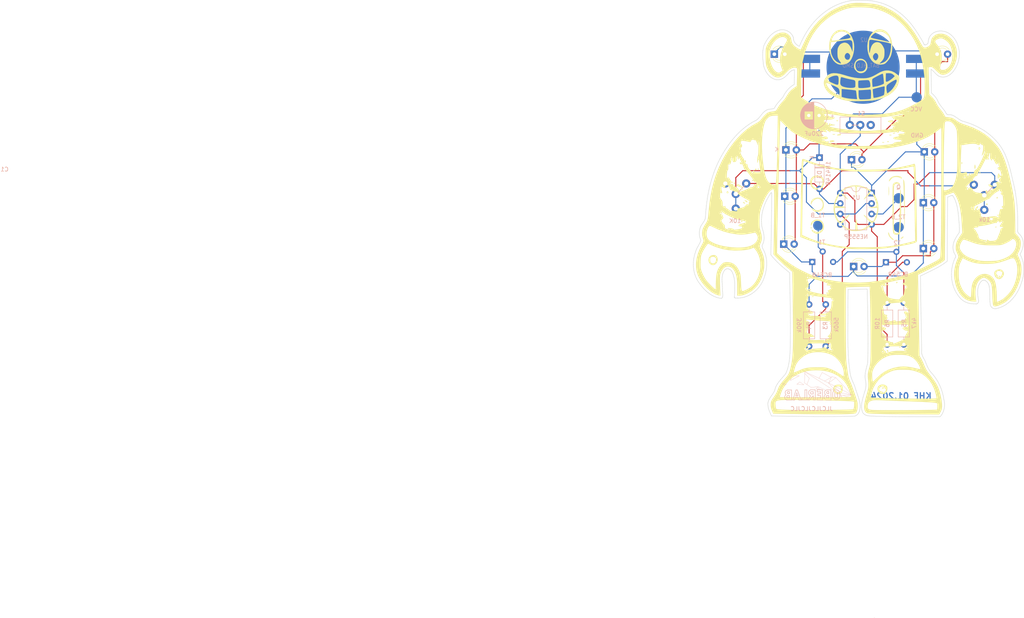
<source format=kicad_pcb>
(kicad_pcb (version 20221018) (generator pcbnew)
  (layers (0 "F.Cu" signal) (31 "B.Cu" signal) (34 "B.Paste" user) (35 "F.Paste" user) (36 "B.SilkS" user "B.Silkscreen") (37 "F.SilkS" user "F.Silkscreen") (38 "B.Mask" user) (39 "F.Mask" user) (44 "Edge.Cuts" user))
  (net 0 "")
  (net 1 "Net-(D3-K)")
  (net 2 "Net-(D1-K)")
  (net 3 "Net-(D1-A)")
  (net 4 "Net-(D3-A)")
  (net 5 "Net-(S1-E)")
  (net 6 "Net-(U1-Pad3)")
  (net 9 "Net-(Q1-B)")
  (net 10 "Net-(Q1-C)")
  (net 11 "Net-(Q2-C)")
  (net 12 "Net-(S1-A-Pad1)")
  (footprint "LED_THT:LED_D3.0mm" (layer "F.Cu") (at 88.8925 34.3925)
    (fp_text reference "D11")
    (fp_text value "LED")
  )
  (footprint "LED_THT:LED_D3.0mm" (layer "F.Cu") (at 51.5925 80.5675)
    (fp_text reference "D8")
    (fp_text value "LED")
  )
  (footprint "LED_THT:LED_D3.0mm" (layer "F.Cu") (at 68.0775 60.0425)
    (fp_text reference "D2")
    (fp_text value "LED")
  )
  (footprint "!Goody:TO-92L_Wide" (layer "F.Cu") (at 58.5275 84.9075)
    (fp_text reference "T2")
    (fp_text value "Q_NPN_EBC")
  )
  (footprint "LED_THT:LED_D3.0mm" (layer "F.Cu") (at 85.7675 58.1425)
    (fp_text reference "D4")
    (fp_text value "LED")
  )
  (footprint "!Goody:ob-logo_B.SilkS" (layer "F.Cu") (at 65.04 132.4)
    (fp_text reference "G***" hide)
    (fp_text value "LOGO" hide)
  )
  (footprint "LED_THT:LED_D3.0mm" (layer "F.Cu") (at 52.1275 57.6675)
    (fp_text reference "D1")
    (fp_text value "LED")
  )
  (footprint "LED_THT:LED_D3.0mm" (layer "F.Cu") (at 85.5425 70.4925)
    (fp_text reference "D5")
    (fp_text value "LED")
  )
  (footprint "LED_THT:LED_D3.0mm" (layer "F.Cu") (at 51.8425 68.9425)
    (fp_text reference "D9")
    (fp_text value "LED")
  )
  (footprint "!Goody:TO-92L_Wide" (layer "F.Cu") (at 76.4525 84.9825)
    (fp_text reference "T1")
    (fp_text value "Q_NPN_EBC")
  )
  (footprint "LOGO" (layer "F.Cu") (at 71.7355 69.478)
    (fp_text reference "G***" hide)
    (fp_text value "LOGO" hide)
  )
  (footprint "LED_THT:LED_D3.0mm" (layer "F.Cu") (at 85.5425 81.6425)
    (fp_text reference "D6")
    (fp_text value "LED")
  )
  (footprint "LED_THT:LED_D3.0mm" (layer "F.Cu") (at 68.5925 86.0175)
    (fp_text reference "D7")
    (fp_text value "LED")
  )
  (footprint "LED_THT:LED_D3.0mm" (layer "F.Cu") (at 49.3175 34.3925)
    (fp_text reference "D10")
    (fp_text value "LED")
  )
  (footprint "Resistor_THT:R_Axial_DIN0207_L6.3mm_D2.5mm_P10.16mm_Horizontal" (layer "B.Cu") (at 61.8175 105.4025 90)
    (fp_text reference "R3")
    (fp_text value "560k")
  )
  (footprint "!Goody:LP_rund" (layer "B.Cu") (at 79.5425 76.4425)
    (fp_text reference "T2_B")
    (fp_text value "LP_rund")
  )
  (footprint "!Goody:LP_rund" (layer "B.Cu") (at 83.9425 51.7425)
    (fp_text reference "GND")
    (fp_text value "LP_rund")
  )
  (footprint "Capacitor_THT:CP_Radial_D6.3mm_P2.50mm" (layer "B.Cu") (at 60.1925 49.2925 180)
    (fp_text reference "C1")
    (fp_text value "220uF")
  )
  (footprint "!Goody:Mini-Poti" (layer "B.Cu") (at 100.3575 63.6025 180)
    (fp_text reference "P1")
    (fp_text value "10k")
  )
  (footprint "!Goody:Micro_SchalterKHF" (layer "B.Cu") (at 67.6675 51.6175)
    (fp_text reference "S1")
    (fp_text value "Micro_Schalter")
  )
  (footprint "Resistor_THT:R_Axial_DIN0207_L6.3mm_D2.5mm_P10.16mm_Horizontal" (layer "B.Cu") (at 80.7925 104.9525 90)
    (fp_text reference "R5")
    (fp_text value "4k7")
  )
  (footprint "Resistor_THT:R_Axial_DIN0207_L6.3mm_D2.5mm_P10.16mm_Horizontal" (layer "B.Cu") (at 76.7425 104.9525 90)
    (fp_text reference "R6")
    (fp_text value "10R")
  )
  (footprint "Resistor_THT:R_Axial_DIN0207_L6.3mm_D2.5mm_P10.16mm_Horizontal" (layer "B.Cu") (at 57.7675 105.4025 90)
    (fp_text reference "R4")
    (fp_text value "390k")
  )
  (footprint "!Goody:Mini-Poti" (layer "B.Cu") (at 39.9413 63.2917 180)
    (fp_text reference "P2")
    (fp_text value "10K")
  )
  (footprint "Diode_THT:D_DO-35_SOD27_P7.62mm_Horizontal" (layer "B.Cu") (at 60.2925 59.5475 -90)
    (fp_text reference "D3")
    (fp_text value "1N4148")
  )
  (footprint "!Goody:LP_rund" (layer "B.Cu") (at 79.5425 69.4175)
    (fp_text reference "Q")
    (fp_text value "LP_rund")
  )
  (footprint "!Goody:LP_rund" (layer "B.Cu") (at 59.9925 76.0425)
    (fp_text reference "T1_B")
    (fp_text value "LP_rund")
  )
  (footprint "!Goody:BAT-HLD-SMD-Blech" (layer "B.Cu") (at 70.8925 37.5675)
    (fp_text reference "U2")
    (fp_text value "BAT_HLD_SMD")
  )
  (footprint "Package_DIP:DIP-8_W7.62mm" (layer "B.Cu") (at 72.9625 68.1625 180)
    (fp_text reference "U1")
    (fp_text value "NE555P")
  )
  (footprint "!Goody:LP_rund" (layer "B.Cu") (at 83.9175 44.8675)
    (fp_text reference "VCC")
    (fp_text value "LP_rund")
  )
  (gr_line (start 102.8675 66.1675) (end 100.3425 68.7425) (stroke (width 0.15)) (layer "B.SilkS"))
  (gr_line (start 39.9675 68.5175) (end 42.5675 65.8317) (stroke (width 0.15)) (layer "B.SilkS"))
  (gr_line (start 67.6527 51.6331) (end 70.1675 51.6675) (stroke (width 0.15)) (layer "B.SilkS"))
  (gr_line (start 48.619 68.0702) (end 48.6404 68.1061) (stroke (width 0.1)) (layer "Edge.Cuts"))
  (gr_line (start 71.3671 116.221) (end 71.2468 116.572) (stroke (width 0.1)) (layer "Edge.Cuts"))
  (gr_line (start 93.0276 69.3666) (end 93.2037 69.7369) (stroke (width 0.1)) (layer "Edge.Cuts"))
  (gr_line (start 87.1796 111.4637) (end 86.942 111.1114) (stroke (width 0.1)) (layer "Edge.Cuts"))
  (gr_line (start 31.4009 76.3238) (end 31.3203 76.5145) (stroke (width 0.1)) (layer "Edge.Cuts"))
  (gr_line (start 67.6772 111.4503) (end 67.5522 110.4824) (stroke (width 0.1)) (layer "Edge.Cuts"))
  (gr_line (start 50.8533 45.4585) (end 50.2775 46.1067) (stroke (width 0.1)) (layer "Edge.Cuts"))
  (gr_line (start 85.1373 106.4082) (end 84.9757 97.3642) (stroke (width 0.1)) (layer "Edge.Cuts"))
  (gr_line (start 32.3719 74.7321) (end 32.1758 75.0926) (stroke (width 0.1)) (layer "Edge.Cuts"))
  (gr_line (start 54.2218 38.2202) (end 54.1956 39.9786) (stroke (width 0.1)) (layer "Edge.Cuts"))
  (gr_line (start 52.0307 28.5589) (end 51.7619 28.4947) (stroke (width 0.1)) (layer "Edge.Cuts"))
  (gr_line (start 54.5649 31.9149) (end 54.3453 31.6589) (stroke (width 0.1)) (layer "Edge.Cuts"))
  (gr_line (start 72.032 109.2625) (end 71.9158 109.8085) (stroke (width 0.1)) (layer "Edge.Cuts"))
  (gr_line (start 37.8324 86.5684) (end 37.9672 86.5647) (stroke (width 0.1)) (layer "Edge.Cuts"))
  (gr_line (start 89.6935 115.282) (end 89.508 114.858) (stroke (width 0.1)) (layer "Edge.Cuts"))
  (gr_line (start 47.334 48.0467) (end 47.1158 48.1788) (stroke (width 0.1)) (layer "Edge.Cuts"))
  (gr_line (start 40.4326 93.6745) (end 40.5734 93.6928) (stroke (width 0.1)) (layer "Edge.Cuts"))
  (gr_line (start 42.59 93.2654) (end 43.0613 93.0591) (stroke (width 0.1)) (layer "Edge.Cuts"))
  (gr_line (start 47.2872 38.6395) (end 47.4528 38.9101) (stroke (width 0.1)) (layer "Edge.Cuts"))
  (gr_line (start 87.5783 29.5273) (end 87.3399 29.7756) (stroke (width 0.1)) (layer "Edge.Cuts"))
  (gr_line (start 39.1614 87.5903) (end 39.3034 87.9556) (stroke (width 0.1)) (layer "Edge.Cuts"))
  (gr_line (start 108.1523 69.6326) (end 107.9412 68.1748) (stroke (width 0.1)) (layer "Edge.Cuts"))
  (gr_line (start 50.5542 40.5941) (end 50.7679 40.5455) (stroke (width 0.1)) (layer "Edge.Cuts"))
  (gr_line (start 47.8334 39.4128) (end 48.0479 39.641) (stroke (width 0.1)) (layer "Edge.Cuts"))
  (gr_line (start 70.5877 119.077) (end 70.5411 119.397) (stroke (width 0.1)) (layer "Edge.Cuts"))
  (gr_line (start 92.463 89.1793) (end 92.5778 89.8418) (stroke (width 0.1)) (layer "Edge.Cuts"))
  (gr_line (start 81.9292 122.539) (end 85.7798 122.537) (stroke (width 0.1)) (layer "Edge.Cuts"))
  (gr_line (start 58.3294 27.3149) (end 57.7488 28.0954) (stroke (width 0.1)) (layer "Edge.Cuts"))
  (gr_line (start 85.6828 31.9225) (end 85.657 31.8161) (stroke (width 0.1)) (layer "Edge.Cuts"))
  (gr_line (start 46.2983 73.4117) (end 46.3974 72.8648) (stroke (width 0.1)) (layer "Edge.Cuts"))
  (gr_line (start 53.9565 30.5748) (end 53.9621 30.4018) (stroke (width 0.1)) (layer "Edge.Cuts"))
  (gr_line (start 38.4969 86.722) (end 38.6172 86.7992) (stroke (width 0.1)) (layer "Edge.Cuts"))
  (gr_line (start 39.4197 88.3253) (end 39.5125 88.6989) (stroke (width 0.1)) (layer "Edge.Cuts"))
  (gr_line (start 50.0636 28.7037) (end 49.7563 28.8397) (stroke (width 0.1)) (layer "Edge.Cuts"))
  (gr_line (start 46.4821 34.5915) (end 46.4971 35.1646) (stroke (width 0.1)) (layer "Edge.Cuts"))
  (gr_line (start 48.5237 40.0415) (end 48.7845 40.2099) (stroke (width 0.1)) (layer "Edge.Cuts"))
  (gr_line (start 97.7548 95.1063) (end 98.2257 95.103) (stroke (width 0.1)) (layer "Edge.Cuts"))
  (gr_line (start 109.975 86.5045) (end 109.953 86.0513) (stroke (width 0.1)) (layer "Edge.Cuts"))
  (gr_line (start 53.2224 29.2356) (end 53.0116 29.0566) (stroke (width 0.1)) (layer "Edge.Cuts"))
  (gr_line (start 48.8971 117.03) (end 48.5965 117.457) (stroke (width 0.1)) (layer "Edge.Cuts"))
  (gr_line (start 67.2055 99.7996) (end 67.2158 97.8515) (stroke (width 0.1)) (layer "Edge.Cuts"))
  (gr_line (start 34.5683 93.2326) (end 34.9376 93.3937) (stroke (width 0.1)) (layer "Edge.Cuts"))
  (gr_line (start 86.5405 110.3656) (end 86.2043 109.5851) (stroke (width 0.1)) (layer "Edge.Cuts"))
  (gr_line (start 48.4718 83.1831) (end 48.9767 83.7953) (stroke (width 0.1)) (layer "Edge.Cuts"))
  (gr_line (start 94.7296 93.9389) (end 95.097 94.243) (stroke (width 0.1)) (layer "Edge.Cuts"))
  (gr_line (start 93.506 37.5147) (end 93.7494 37.0192) (stroke (width 0.1)) (layer "Edge.Cuts"))
  (gr_line (start 109.9467 87.4142) (end 109.9726 86.9593) (stroke (width 0.1)) (layer "Edge.Cuts"))
  (gr_line (start 36.1072 93.719) (end 36.5168 93.769) (stroke (width 0.1)) (layer "Edge.Cuts"))
  (gr_line (start 32.5112 74.3472) (end 32.4502 74.5434) (stroke (width 0.1)) (layer "Edge.Cuts"))
  (gr_line (start 67.7266 111.9325) (end 67.6772 111.4503) (stroke (width 0.1)) (layer "Edge.Cuts"))
  (gr_line (start 87.421 38.0815) (end 87.5808 38.1915) (stroke (width 0.1)) (layer "Edge.Cuts"))
  (gr_line (start 72.0733 100.3744) (end 72.0892 102.5964) (stroke (width 0.1)) (layer "Edge.Cuts"))
  (gr_line (start 71.779 110.3545) (end 71.6386 110.9012) (stroke (width 0.1)) (layer "Edge.Cuts"))
  (gr_line (start 31.103 78.3129) (end 31.1493 78.6606) (stroke (width 0.1)) (layer "Edge.Cuts"))
  (gr_line (start 31.7126 75.7851) (end 31.4952 76.1396) (stroke (width 0.1)) (layer "Edge.Cuts"))
  (gr_line (start 36.7129 92.0314) (end 36.6935 91.7283) (stroke (width 0.1)) (layer "Edge.Cuts"))
  (gr_line (start 47.8068 47.8258) (end 47.5628 47.9105) (stroke (width 0.1)) (layer "Edge.Cuts"))
  (gr_line (start 53.2229 99.7838) (end 53.2249 102.2268) (stroke (width 0.1)) (layer "Edge.Cuts"))
  (gr_line (start 109.5292 78.9937) (end 109.3732 78.7101) (stroke (width 0.1)) (layer "Edge.Cuts"))
  (gr_line (start 104.4399 56.9827) (end 104.0508 56.4263) (stroke (width 0.1)) (layer "Edge.Cuts"))
  (gr_line (start 92.4935 68.7459) (end 92.5761 68.7526) (stroke (width 0.1)) (layer "Edge.Cuts"))
  (gr_line (start 76.3858 22.33467) (end 75.8561 22.13168) (stroke (width 0.1)) (layer "Edge.Cuts"))
  (gr_line (start 88.8555 113.6352) (end 88.6061 113.2459) (stroke (width 0.1)) (layer "Edge.Cuts"))
  (gr_line (start 47.1383 38.3588) (end 47.2872 38.6395) (stroke (width 0.1)) (layer "Edge.Cuts"))
  (gr_line (start 93.077 82.8229) (end 93.2887 83.1941) (stroke (width 0.1)) (layer "Edge.Cuts"))
  (gr_line (start 107.1025 93.9974) (end 107.4756 93.567) (stroke (width 0.1)) (layer "Edge.Cuts"))
  (gr_line (start 50.7679 40.5455) (end 50.9766 40.4779) (stroke (width 0.1)) (layer "Edge.Cuts"))
  (gr_line (start 92.4641 49.1873) (end 92.2447 49.1333) (stroke (width 0.1)) (layer "Edge.Cuts"))
  (gr_line (start 53.2934 42.3246) (end 52.9051 42.6726) (stroke (width 0.1)) (layer "Edge.Cuts"))
  (gr_line (start 47.5295 69.7213) (end 47.7935 69.2308) (stroke (width 0.1)) (layer "Edge.Cuts"))
  (gr_line (start 88.7482 28.8831) (end 88.4301 28.993) (stroke (width 0.1)) (layer "Edge.Cuts"))
  (gr_line (start 68.8703 122.38) (end 69.0896 122.297) (stroke (width 0.1)) (layer "Edge.Cuts"))
  (gr_line (start 92.9512 91.1284) (end 93.2101 91.7448) (stroke (width 0.1)) (layer "Edge.Cuts"))
  (gr_line (start 94.2739 34.8737) (end 94.2926 34.3177) (stroke (width 0.1)) (layer "Edge.Cuts"))
  (gr_line (start 36.6935 91.7283) (end 36.7112 91.4336) (stroke (width 0.1)) (layer "Edge.Cuts"))
  (gr_line (start 90.5345 39.9551) (end 90.8163 39.9158) (stroke (width 0.1)) (layer "Edge.Cuts"))
  (gr_line (start 69.737 121.734) (end 69.8473 121.547) (stroke (width 0.1)) (layer "Edge.Cuts"))
  (gr_line (start 93.8797 72.0958) (end 93.9992 72.9101) (stroke (width 0.1)) (layer "Edge.Cuts"))
  (gr_line (start 108.4811 76.9909) (end 108.4942 75.5168) (stroke (width 0.1)) (layer "Edge.Cuts"))
  (gr_line (start 69.9392 121.348) (end 70.0141 121.137) (stroke (width 0.1)) (layer "Edge.Cuts"))
  (gr_line (start 45.0422 50.3671) (end 44.8358 50.5071) (stroke (width 0.1)) (layer "Edge.Cuts"))
  (gr_line (start 91.9983 29.4962) (end 91.7187 29.3042) (stroke (width 0.1)) (layer "Edge.Cuts"))
  (gr_line (start 53.2249 102.2268) (end 53.1957 104.664) (stroke (width 0.1)) (layer "Edge.Cuts"))
  (gr_line (start 46.7628 32.3335) (end 46.6302 32.8886) (stroke (width 0.1)) (layer "Edge.Cuts"))
  (gr_line (start 56.019 31.0917) (end 55.698 31.7852) (stroke (width 0.1)) (layer "Edge.Cuts"))
  (gr_line (start 93.4583 31.1445) (end 93.1612 30.6825) (stroke (width 0.1)) (layer "Edge.Cuts"))
  (gr_line (start 36.7365 93.3758) (end 36.7715 93.2356) (stroke (width 0.1)) (layer "Edge.Cuts"))
  (gr_line (start 48.3218 47.7498) (end 48.0614 47.7774) (stroke (width 0.1)) (layer "Edge.Cuts"))
  (gr_line (start 36.7112 91.4336) (end 36.6877 90.8677) (stroke (width 0.1)) (layer "Edge.Cuts"))
  (gr_line (start 80.8354 25.1896) (end 80.3617 24.7701) (stroke (width 0.1)) (layer "Edge.Cuts"))
  (gr_line (start 91.3525 39.7485) (end 91.6061 39.6253) (stroke (width 0.1)) (layer "Edge.Cuts"))
  (gr_line (start 106.1489 60.6665) (end 105.9257 60.0213) (stroke (width 0.1)) (layer "Edge.Cuts"))
  (gr_line (start 41.6045 93.563) (end 42.1038 93.434) (stroke (width 0.1)) (layer "Edge.Cuts"))
  (gr_line (start 85.0337 30.7169) (end 84.3791 29.6297) (stroke (width 0.1)) (layer "Edge.Cuts"))
  (gr_line (start 77.9202 23.07073) (end 77.4187 22.80444) (stroke (width 0.1)) (layer "Edge.Cuts"))
  (gr_line (start 68.1026 113.3166) (end 67.9468 112.8639) (stroke (width 0.1)) (layer "Edge.Cuts"))
  (gr_line (start 70.5014 120.035) (end 70.5136 120.352) (stroke (width 0.1)) (layer "Edge.Cuts"))
  (gr_line (start 46.1848 75.069) (end 46.1904 74.5149) (stroke (width 0.1)) (layer "Edge.Cuts"))
  (gr_line (start 30.202 88.5279) (end 30.4147 88.9955) (stroke (width 0.1)) (layer "Edge.Cuts"))
  (gr_line (start 65.2363 22.11305) (end 64.7874 22.29274) (stroke (width 0.1)) (layer "Edge.Cuts"))
  (gr_line (start 100.3138 89.3384) (end 100.4425 89.3661) (stroke (width 0.1)) (layer "Edge.Cuts"))
  (gr_line (start 46.3502 89.8655) (end 46.5782 89.4017) (stroke (width 0.1)) (layer "Edge.Cuts"))
  (gr_line (start 90.3555 121.372) (end 90.4522 121.115) (stroke (width 0.1)) (layer "Edge.Cuts"))
  (gr_line (start 93.9169 32.1428) (end 93.7102 31.6327) (stroke (width 0.1)) (layer "Edge.Cuts"))
  (gr_line (start 48.5898 68.0562) (end 48.619 68.0702) (stroke (width 0.1)) (layer "Edge.Cuts"))
  (gr_line (start 50.1083 114.4718) (end 49.9484 114.728) (stroke (width 0.1)) (layer "Edge.Cuts"))
  (gr_line (start 98.8227 93.4008) (end 98.7646 92.799) (stroke (width 0.1)) (layer "Edge.Cuts"))
  (gr_line (start 54.1675 31.3762) (end 54.0392 31.0701) (stroke (width 0.1)) (layer "Edge.Cuts"))
  (gr_line (start 37.3421 86.7851) (end 37.4534 86.6986) (stroke (width 0.1)) (layer "Edge.Cuts"))
  (gr_line (start 106.7044 94.4017) (end 107.1025 93.9974) (stroke (width 0.1)) (layer "Edge.Cuts"))
  (gr_line (start 86.9289 30.4572) (end 86.8568 30.6671) (stroke (width 0.1)) (layer "Edge.Cuts"))
  (gr_line (start 39.7622 93.6626) (end 39.9122 93.6841) (stroke (width 0.1)) (layer "Edge.Cuts"))
  (gr_line (start 90.6463 120.318) (end 90.6792 120.045) (stroke (width 0.1)) (layer "Edge.Cuts"))
  (gr_line (start 93.716 71.2901) (end 93.8797 72.0958) (stroke (width 0.1)) (layer "Edge.Cuts"))
  (gr_line (start 93.3987 83.6584) (end 93.3736 83.7512) (stroke (width 0.1)) (layer "Edge.Cuts"))
  (gr_line (start 34.6299 63.1521) (end 34.3299 64.018) (stroke (width 0.1)) (layer "Edge.Cuts"))
  (gr_line (start 37.2414 86.8948) (end 37.3421 86.7851) (stroke (width 0.1)) (layer "Edge.Cuts"))
  (gr_line (start 30.4147 88.9955) (end 30.6619 89.4476) (stroke (width 0.1)) (layer "Edge.Cuts"))
  (gr_line (start 52.3095 111.5283) (end 52.1819 111.8238) (stroke (width 0.1)) (layer "Edge.Cuts"))
  (gr_line (start 95.9169 94.7083) (end 96.3593 94.8723) (stroke (width 0.1)) (layer "Edge.Cuts"))
  (gr_line (start 50.6353 85.4953) (end 51.2243 86.026) (stroke (width 0.1)) (layer "Edge.Cuts"))
  (gr_line (start 100.0508 89.3533) (end 100.1829 89.3334) (stroke (width 0.1)) (layer "Edge.Cuts"))
  (gr_line (start 69.2848 122.188) (end 69.457 122.056) (stroke (width 0.1)) (layer "Edge.Cuts"))
  (gr_line (start 94.2423 77.7902) (end 93.8848 78.2981) (stroke (width 0.1)) (layer "Edge.Cuts"))
  (gr_line (start 98.9702 90.7066) (end 99.0781 90.4335) (stroke (width 0.1)) (layer "Edge.Cuts"))
  (gr_line (start 92.2205 29.67) (end 91.9983 29.4962) (stroke (width 0.1)) (layer "Edge.Cuts"))
  (gr_line (start 51.1799 40.3927) (end 51.3776 40.2916) (stroke (width 0.1)) (layer "Edge.Cuts"))
  (gr_line (start 53.0317 38.7859) (end 53.2014 38.6314) (stroke (width 0.1)) (layer "Edge.Cuts"))
  (gr_line (start 50.113 40.6272) (end 50.3358 40.6218) (stroke (width 0.1)) (layer "Edge.Cuts"))
  (gr_line (start 94.2957 77.5037) (end 94.2423 77.7902) (stroke (width 0.1)) (layer "Edge.Cuts"))
  (gr_line (start 70.5411 119.397) (end 70.5115 119.717) (stroke (width 0.1)) (layer "Edge.Cuts"))
  (gr_line (start 109.8983 87.868) (end 109.9467 87.4142) (stroke (width 0.1)) (layer "Edge.Cuts"))
  (gr_line (start 31.1572 80.3729) (end 30.7833 81.0547) (stroke (width 0.1)) (layer "Edge.Cuts"))
  (gr_line (start 90.6963 119.771) (end 90.6976 119.496) (stroke (width 0.1)) (layer "Edge.Cuts"))
  (gr_line (start 64.7874 22.29274) (end 64.3448 22.4876) (stroke (width 0.1)) (layer "Edge.Cuts"))
  (gr_line (start 32.7976 71.1848) (end 32.7028 72.0979) (stroke (width 0.1)) (layer "Edge.Cuts"))
  (gr_line (start 29.8781 87.5542) (end 30.0233 88.0467) (stroke (width 0.1)) (layer "Edge.Cuts"))
  (gr_line (start 98.9537 94.5923) (end 98.9771 94.3845) (stroke (width 0.1)) (layer "Edge.Cuts"))
  (gr_line (start 94.8085 50.5741) (end 94.6073 50.4691) (stroke (width 0.1)) (layer "Edge.Cuts"))
  (gr_line (start 91.3429 84.7143) (end 91.4347 69.1186) (stroke (width 0.1)) (layer "Edge.Cuts"))
  (gr_line (start 90.1545 116.591) (end 90.0168 116.149) (stroke (width 0.1)) (layer "Edge.Cuts"))
  (gr_line (start 75.8561 22.13168) (end 75.3186 21.95027) (stroke (width 0.1)) (layer "Edge.Cuts"))
  (gr_line (start 39.6183 93.3296) (end 39.5981 93.4232) (stroke (width 0.1)) (layer "Edge.Cuts"))
  (gr_line (start 51.9221 43.8896) (end 51.6537 44.3384) (stroke (width 0.1)) (layer "Edge.Cuts"))
  (gr_line (start 87.5128 43.8178) (end 87.4545 40.9348) (stroke (width 0.1)) (layer "Edge.Cuts"))
  (gr_line (start 30.5962 81.3959) (end 30.4225 81.7435) (stroke (width 0.1)) (layer "Edge.Cuts"))
  (gr_line (start 74.231 122.416) (end 76.1548 122.475) (stroke (width 0.1)) (layer "Edge.Cuts"))
  (gr_line (start 55.3976 32.4878) (end 55.0987 32.3328) (stroke (width 0.1)) (layer "Edge.Cuts"))
  (gr_line (start 48.5965 117.457) (end 48.3032 117.887) (stroke (width 0.1)) (layer "Edge.Cuts"))
  (gr_line (start 36.8667 58.443) (end 36.4771 59.1142) (stroke (width 0.1)) (layer "Edge.Cuts"))
  (gr_line (start 95.5897 50.8237) (end 95.016 50.6649) (stroke (width 0.1)) (layer "Edge.Cuts"))
  (gr_line (start 105.6813 59.386) (end 105.413 58.7624) (stroke (width 0.1)) (layer "Edge.Cuts"))
  (gr_line (start 71.5925 114.776) (end 71.5754 115.141) (stroke (width 0.1)) (layer "Edge.Cuts"))
  (gr_line (start 90.5938 85.2711) (end 90.9725 84.9993) (stroke (width 0.1)) (layer "Edge.Cuts"))
  (gr_line (start 47.7935 69.2308) (end 48.0749 68.7529) (stroke (width 0.1)) (layer "Edge.Cuts"))
  (gr_line (start 52.2199 43.4594) (end 51.9221 43.8896) (stroke (width 0.1)) (layer "Edge.Cuts"))
  (gr_line (start 61.8352 23.95088) (end 61.0607 24.5404) (stroke (width 0.1)) (layer "Edge.Cuts"))
  (gr_line (start 43.6919 51.1125) (end 43.0387 51.5355) (stroke (width 0.1)) (layer "Edge.Cuts"))
  (gr_line (start 98.7854 94.9452) (end 98.8899 94.784) (stroke (width 0.1)) (layer "Edge.Cuts"))
  (gr_line (start 93.4639 49.6989) (end 93.0787 49.4573) (stroke (width 0.1)) (layer "Edge.Cuts"))
  (gr_line (start 46.4588 81.5189) (end 46.3836 81.3051) (stroke (width 0.1)) (layer "Edge.Cuts"))
  (gr_line (start 42.4085 51.9889) (end 41.801 52.4708) (stroke (width 0.1)) (layer "Edge.Cuts"))
  (gr_line (start 88.4301 28.993) (end 88.1268 29.1366) (stroke (width 0.1)) (layer "Edge.Cuts"))
  (gr_line (start 92.7201 68.828) (end 92.7794 68.9025) (stroke (width 0.1)) (layer "Edge.Cuts"))
  (gr_line (start 52.8304 109.6675) (end 52.6973 110.3011) (stroke (width 0.1)) (layer "Edge.Cuts"))
  (gr_line (start 67.1929 103.691) (end 67.1922 101.7461) (stroke (width 0.1)) (layer "Edge.Cuts"))
  (gr_line (start 108.9501 91.1272) (end 109.164 90.6027) (stroke (width 0.1)) (layer "Edge.Cuts"))
  (gr_line (start 36.7849 92.6442) (end 36.7129 92.0314) (stroke (width 0.1)) (layer "Edge.Cuts"))
  (gr_line (start 86.942 111.1114) (end 86.7306 110.7443) (stroke (width 0.1)) (layer "Edge.Cuts"))
  (gr_line (start 87.4281 39.4966) (end 87.421 38.0815) (stroke (width 0.1)) (layer "Edge.Cuts"))
  (gr_line (start 81.2904 25.6276) (end 80.8354 25.1896) (stroke (width 0.1)) (layer "Edge.Cuts"))
  (gr_line (start 90.9725 84.9993) (end 91.3429 84.7143) (stroke (width 0.1)) (layer "Edge.Cuts"))
  (gr_line (start 99.7863 89.4775) (end 99.9183 89.4006) (stroke (width 0.1)) (layer "Edge.Cuts"))
  (gr_line (start 89.9457 39.9326) (end 90.2442 39.9614) (stroke (width 0.1)) (layer "Edge.Cuts"))
  (gr_line (start 86.2043 109.5851) (end 85.8937 108.7944) (stroke (width 0.1)) (layer "Edge.Cuts"))
  (gr_line (start 88.6615 45.0596) (end 88.3155 44.6129) (stroke (width 0.1)) (layer "Edge.Cuts"))
  (gr_line (start 85.9559 32.1511) (end 85.8867 32.1403) (stroke (width 0.1)) (layer "Edge.Cuts"))
  (gr_line (start 109.5908 81.8542) (end 109.6839 81.5358) (stroke (width 0.1)) (layer "Edge.Cuts"))
  (gr_line (start 46.5782 89.4017) (end 46.7723 88.9239) (stroke (width 0.1)) (layer "Edge.Cuts"))
  (gr_line (start 87.3569 87.1053) (end 88.1906 86.6878) (stroke (width 0.1)) (layer "Edge.Cuts"))
  (gr_line (start 47.9711 120.798) (end 48.0846 121.113) (stroke (width 0.1)) (layer "Edge.Cuts"))
  (gr_line (start 85.8867 32.1403) (end 85.8234 32.1137) (stroke (width 0.1)) (layer "Edge.Cuts"))
  (gr_line (start 89.3571 46.3397) (end 89.1409 45.9509) (stroke (width 0.1)) (layer "Edge.Cuts"))
  (gr_line (start 92.8799 49.3521) (end 92.6754 49.2611) (stroke (width 0.1)) (layer "Edge.Cuts"))
  (gr_line (start 53.9961 30.9094) (end 53.9682 30.7442) (stroke (width 0.1)) (layer "Edge.Cuts"))
  (gr_line (start 92.6036 85.832) (end 92.4806 86.493) (stroke (width 0.1)) (layer "Edge.Cuts"))
  (gr_line (start 98.7646 92.799) (end 98.7451 92.1869) (stroke (width 0.1)) (layer "Edge.Cuts"))
  (gr_line (start 67.3047 107.5751) (end 67.2247 105.6341) (stroke (width 0.1)) (layer "Edge.Cuts"))
  (gr_line (start 46.9142 48.3298) (end 46.7265 48.4966) (stroke (width 0.1)) (layer "Edge.Cuts"))
  (gr_line (start 82.5539 27.0388) (end 82.1487 26.5536) (stroke (width 0.1)) (layer "Edge.Cuts"))
  (gr_line (start 38.8296 86.9923) (end 38.9178 87.106) (stroke (width 0.1)) (layer "Edge.Cuts"))
  (gr_line (start 85.2951 107.6619) (end 85.1959 107.3626) (stroke (width 0.1)) (layer "Edge.Cuts"))
  (gr_line (start 46.6554 36.8706) (end 46.7163 37.173) (stroke (width 0.1)) (layer "Edge.Cuts"))
  (gr_line (start 54.8186 32.1407) (end 54.5649 31.9149) (stroke (width 0.1)) (layer "Edge.Cuts"))
  (gr_line (start 32.1758 75.0926) (end 31.9478 75.4399) (stroke (width 0.1)) (layer "Edge.Cuts"))
  (gr_line (start 85.7798 122.537) (end 89.63 122.54) (stroke (width 0.1)) (layer "Edge.Cuts"))
  (gr_line (start 46.8921 37.7745) (end 47.0066 38.0698) (stroke (width 0.1)) (layer "Edge.Cuts"))
  (gr_line (start 89.7577 28.7488) (end 89.4154 28.7616) (stroke (width 0.1)) (layer "Edge.Cuts"))
  (gr_line (start 93.3736 83.7512) (end 93.3266 83.8438) (stroke (width 0.1)) (layer "Edge.Cuts"))
  (gr_line (start 52.1819 111.8238) (end 52.0402 112.1138) (stroke (width 0.1)) (layer "Edge.Cuts"))
  (gr_line (start 48.9111 29.3727) (end 48.6547 29.5869) (stroke (width 0.1)) (layer "Edge.Cuts"))
  (gr_line (start 101.5897 91.0701) (end 101.6634 91.6514) (stroke (width 0.1)) (layer "Edge.Cuts"))
  (gr_line (start 31.2566 76.7132) (end 31.2128 76.9211) (stroke (width 0.1)) (layer "Edge.Cuts"))
  (gr_line (start 53.1985 97.337) (end 53.2229 99.7838) (stroke (width 0.1)) (layer "Edge.Cuts"))
  (gr_line (start 93.7102 31.6327) (end 93.4583 31.1445) (stroke (width 0.1)) (layer "Edge.Cuts"))
  (gr_line (start 92.7794 68.9025) (end 92.8289 69.0056) (stroke (width 0.1)) (layer "Edge.Cuts"))
  (gr_line (start 29.8606 83.4625) (end 29.7564 83.9687) (stroke (width 0.1)) (layer "Edge.Cuts"))
  (gr_line (start 89.1409 45.9509) (end 88.9621 45.5385) (stroke (width 0.1)) (layer "Edge.Cuts"))
  (gr_line (start 92.3034 39.126) (end 92.5133 38.9244) (stroke (width 0.1)) (layer "Edge.Cuts"))
  (gr_line (start 84.9757 97.3642) (end 84.839 88.3198) (stroke (width 0.1)) (layer "Edge.Cuts"))
  (gr_line (start 90.6792 120.045) (end 90.6963 119.771) (stroke (width 0.1)) (layer "Edge.Cuts"))
  (gr_line (start 76.1548 122.475) (end 78.0792 122.511) (stroke (width 0.1)) (layer "Edge.Cuts"))
  (gr_line (start 108.4471 77.1687) (end 108.4811 76.9909) (stroke (width 0.1)) (layer "Edge.Cuts"))
  (gr_line (start 37.7006 86.5912) (end 37.8324 86.5684) (stroke (width 0.1)) (layer "Edge.Cuts"))
  (gr_line (start 71.4099 21.30485) (end 70.8408 21.30474) (stroke (width 0.1)) (layer "Edge.Cuts"))
  (gr_line (start 50.9332 28.4646) (end 50.6568 28.5125) (stroke (width 0.1)) (layer "Edge.Cuts"))
  (gr_line (start 67.5652 21.45704) (end 67.089 21.55448) (stroke (width 0.1)) (layer "Edge.Cuts"))
  (gr_line (start 51.1394 45.1337) (end 50.8533 45.4585) (stroke (width 0.1)) (layer "Edge.Cuts"))
  (gr_line (start 71.3478 122.041) (end 71.5428 122.139) (stroke (width 0.1)) (layer "Edge.Cuts"))
  (gr_line (start 32.569 73.9266) (end 32.5519 74.142) (stroke (width 0.1)) (layer "Edge.Cuts"))
  (gr_line (start 47.0316 88.16) (end 47.1407 87.7688) (stroke (width 0.1)) (layer "Edge.Cuts"))
  (gr_line (start 98.9771 94.3845) (end 98.9603 94.175) (stroke (width 0.1)) (layer "Edge.Cuts"))
  (gr_line (start 93.2101 91.7448) (end 93.5173 92.3379) (stroke (width 0.1)) (layer "Edge.Cuts"))
  (gr_line (start 109.3473 82.4669) (end 109.478 82.1653) (stroke (width 0.1)) (layer "Edge.Cuts"))
  (gr_line (start 93.2887 83.1941) (end 93.3692 83.3799) (stroke (width 0.1)) (layer "Edge.Cuts"))
  (gr_line (start 47.8518 118.791) (end 47.7878 119.033) (stroke (width 0.1)) (layer "Edge.Cuts"))
  (gr_line (start 47.3768 84.1387) (end 47.3067 83.7403) (stroke (width 0.1)) (layer "Edge.Cuts"))
  (gr_line (start 53.5876 29.6513) (end 53.4151 29.4342) (stroke (width 0.1)) (layer "Edge.Cuts"))
  (gr_line (start 88.3155 44.6129) (end 87.9304 44.1989) (stroke (width 0.1)) (layer "Edge.Cuts"))
  (gr_line (start 33.5824 66.6641) (end 33.3814 67.5594) (stroke (width 0.1)) (layer "Edge.Cuts"))
  (gr_line (start 67.089 21.55448) (end 66.6178 21.66923) (stroke (width 0.1)) (layer "Edge.Cuts"))
  (gr_line (start 36.1044 59.7913) (end 35.693 60.6144) (stroke (width 0.1)) (layer "Edge.Cuts"))
  (gr_line (start 66.3402 122.456) (end 68.8703 122.38) (stroke (width 0.1)) (layer "Edge.Cuts"))
  (gr_line (start 51.7619 28.4947) (end 51.4879 28.4568) (stroke (width 0.1)) (layer "Edge.Cuts"))
  (gr_line (start 102.4853 96.1724) (end 102.725 96.2532) (stroke (width 0.1)) (layer "Edge.Cuts"))
  (gr_line (start 44.8358 50.5071) (end 44.6122 50.6263) (stroke (width 0.1)) (layer "Edge.Cuts"))
  (gr_line (start 47.4462 47.9712) (end 47.334 48.0467) (stroke (width 0.1)) (layer "Edge.Cuts"))
  (gr_line (start 92.8289 69.0056) (end 93.0276 69.3666) (stroke (width 0.1)) (layer "Edge.Cuts"))
  (gr_line (start 48.6668 68.5896) (end 48.6688 68.9147) (stroke (width 0.1)) (layer "Edge.Cuts"))
  (gr_line (start 47.635 39.1685) (end 47.8334 39.4128) (stroke (width 0.1)) (layer "Edge.Cuts"))
  (gr_line (start 109.7559 81.2123) (end 109.8049 80.886) (stroke (width 0.1)) (layer "Edge.Cuts"))
  (gr_line (start 33.047 69.3649) (end 32.9121 70.2735) (stroke (width 0.1)) (layer "Edge.Cuts"))
  (gr_line (start 37.4534 86.6986) (end 37.5736 86.6343) (stroke (width 0.1)) (layer "Edge.Cuts"))
  (gr_line (start 34.9565 62.2956) (end 34.6299 63.1521) (stroke (width 0.1)) (layer "Edge.Cuts"))
  (gr_line (start 82.9444 27.5368) (end 82.5539 27.0388) (stroke (width 0.1)) (layer "Edge.Cuts"))
  (gr_line (start 69.5521 117.206) (end 69.1806 116.152) (stroke (width 0.1)) (layer "Edge.Cuts"))
  (gr_line (start 39.6725 89.8393) (end 39.6939 90.2244) (stroke (width 0.1)) (layer "Edge.Cuts"))
  (gr_line (start 67.2143 93.7476) (end 67.2414 91.5932) (stroke (width 0.1)) (layer "Edge.Cuts"))
  (gr_line (start 45.7998 90.7429) (end 46.0902 90.3133) (stroke (width 0.1)) (layer "Edge.Cuts"))
  (gr_line (start 100.8067 89.5611) (end 101.0223 89.7609) (stroke (width 0.1)) (layer "Edge.Cuts"))
  (gr_line (start 52.9051 42.6726) (end 52.5474 43.0523) (stroke (width 0.1)) (layer "Edge.Cuts"))
  (gr_line (start 46.0902 90.3133) (end 46.3502 89.8655) (stroke (width 0.1)) (layer "Edge.Cuts"))
  (gr_line (start 87.7618 112.1424) (end 87.4484 111.7983) (stroke (width 0.1)) (layer "Edge.Cuts"))
  (gr_line (start 63.4794 22.92105) (end 63.0571 23.15879) (stroke (width 0.1)) (layer "Edge.Cuts"))
  (gr_line (start 88.5835 39.1677) (end 88.8764 39.4387) (stroke (width 0.1)) (layer "Edge.Cuts"))
  (gr_line (start 31.0988 77.6122) (end 31.0862 77.9626) (stroke (width 0.1)) (layer "Edge.Cuts"))
  (gr_line (start 50.062 84.9486) (end 50.6353 85.4953) (stroke (width 0.1)) (layer "Edge.Cuts"))
  (gr_line (start 44.7636 91.9009) (end 45.1347 91.5389) (stroke (width 0.1)) (layer "Edge.Cuts"))
  (gr_line (start 47.7691 119.816) (end 47.8075 120.151) (stroke (width 0.1)) (layer "Edge.Cuts"))
  (gr_line (start 71.3665 112.5542) (end 71.3653 112.8325) (stroke (width 0.1)) (layer "Edge.Cuts"))
  (gr_line (start 67.368 108.5448) (end 67.3047 107.5751) (stroke (width 0.1)) (layer "Edge.Cuts"))
  (gr_line (start 103.1604 55.3811) (end 102.7484 54.9468) (stroke (width 0.1)) (layer "Edge.Cuts"))
  (gr_line (start 47.7502 119.284) (end 47.7428 119.545) (stroke (width 0.1)) (layer "Edge.Cuts"))
  (gr_line (start 32.0177 91.2461) (end 32.2951 91.546) (stroke (width 0.1)) (layer "Edge.Cuts"))
  (gr_line (start 31.3298 79.3374) (end 31.464 79.6616) (stroke (width 0.1)) (layer "Edge.Cuts"))
  (gr_line (start 52.9326 109.0258) (end 52.8304 109.6675) (stroke (width 0.1)) (layer "Edge.Cuts"))
  (gr_line (start 49.4618 28.9975) (end 49.1801 29.1757) (stroke (width 0.1)) (layer "Edge.Cuts"))
  (gr_line (start 98.4535 95.1191) (end 98.5519 95.0987) (stroke (width 0.1)) (layer "Edge.Cuts"))
  (gr_line (start 34.2097 93.048) (end 34.5683 93.2326) (stroke (width 0.1)) (layer "Edge.Cuts"))
  (gr_line (start 60.3208 25.175) (end 59.6175 25.8512) (stroke (width 0.1)) (layer "Edge.Cuts"))
  (gr_line (start 71.9781 21.32846) (end 71.4099 21.30485) (stroke (width 0.1)) (layer "Edge.Cuts"))
  (gr_line (start 109.1813 78.4414) (end 108.9521 78.19) (stroke (width 0.1)) (layer "Edge.Cuts"))
  (gr_line (start 38.2379 86.611) (end 38.3698 86.6589) (stroke (width 0.1)) (layer "Edge.Cuts"))
  (gr_line (start 71.2468 116.572) (end 70.8894 117.805) (stroke (width 0.1)) (layer "Edge.Cuts"))
  (gr_line (start 109.9057 85.6009) (end 109.8321 85.1547) (stroke (width 0.1)) (layer "Edge.Cuts"))
  (gr_line (start 70.5136 120.352) (end 70.5508 120.667) (stroke (width 0.1)) (layer "Edge.Cuts"))
  (gr_line (start 92.8183 80.5926) (end 92.7656 80.8989) (stroke (width 0.1)) (layer "Edge.Cuts"))
  (gr_line (start 97.8322 51.6363) (end 97.2813 51.4063) (stroke (width 0.1)) (layer "Edge.Cuts"))
  (gr_line (start 109.7374 88.7668) (end 109.8282 88.3193) (stroke (width 0.1)) (layer "Edge.Cuts"))
  (gr_line (start 108.4942 75.5168) (end 108.4732 74.0419) (stroke (width 0.1)) (layer "Edge.Cuts"))
  (gr_line (start 94.3242 76.904) (end 94.321 77.2077) (stroke (width 0.1)) (layer "Edge.Cuts"))
  (gr_line (start 63.9087 22.69717) (end 63.4794 22.92105) (stroke (width 0.1)) (layer "Edge.Cuts"))
  (gr_line (start 84.3791 29.6297) (end 83.6853 28.5659) (stroke (width 0.1)) (layer "Edge.Cuts"))
  (gr_line (start 91.4199 29.1395) (end 91.1053 29.0028) (stroke (width 0.1)) (layer "Edge.Cuts"))
  (gr_line (start 54.1632 41.7417) (end 53.7126 42.0129) (stroke (width 0.1)) (layer "Edge.Cuts"))
  (gr_line (start 38.6172 86.7992) (end 38.7288 86.8897) (stroke (width 0.1)) (layer "Edge.Cuts"))
  (gr_line (start 45.4807 91.1522) (end 45.7998 90.7429) (stroke (width 0.1)) (layer "Edge.Cuts"))
  (gr_line (start 36.8772 87.5407) (end 37.0011 87.2823) (stroke (width 0.1)) (layer "Edge.Cuts"))
  (gr_line (start 44.6122 50.6263) (end 44.3687 50.7217) (stroke (width 0.1)) (layer "Edge.Cuts"))
  (gr_line (start 38.1423 56.4838) (end 37.6989 57.126) (stroke (width 0.1)) (layer "Edge.Cuts"))
  (gr_line (start 71.5453 114.0411) (end 71.5826 114.4085) (stroke (width 0.1)) (layer "Edge.Cuts"))
  (gr_line (start 85.5687 108.2388) (end 85.4218 107.9536) (stroke (width 0.1)) (layer "Edge.Cuts"))
  (gr_line (start 107.0354 63.9695) (end 106.7164 62.6408) (stroke (width 0.1)) (layer "Edge.Cuts"))
  (gr_line (start 47.7428 119.545) (end 47.7691 119.816) (stroke (width 0.1)) (layer "Edge.Cuts"))
  (gr_line (start 92.5133 38.9244) (end 92.7112 38.7093) (stroke (width 0.1)) (layer "Edge.Cuts"))
  (gr_line (start 49.6554 40.5639) (end 49.8861 40.6084) (stroke (width 0.1)) (layer "Edge.Cuts"))
  (gr_line (start 103.2503 96.2458) (end 103.8123 96.1089) (stroke (width 0.1)) (layer "Edge.Cuts"))
  (gr_line (start 81.7279 26.0828) (end 81.2904 25.6276) (stroke (width 0.1)) (layer "Edge.Cuts"))
  (gr_line (start 92.4051 68.7558) (end 92.4935 68.7459) (stroke (width 0.1)) (layer "Edge.Cuts"))
  (gr_line (start 67.9468 112.8639) (end 67.819 112.4031) (stroke (width 0.1)) (layer "Edge.Cuts"))
  (gr_line (start 48.6547 29.5869) (end 48.4109 29.8168) (stroke (width 0.1)) (layer "Edge.Cuts"))
  (gr_line (start 36.646 90.2996) (end 36.6066 89.7324) (stroke (width 0.1)) (layer "Edge.Cuts"))
  (gr_line (start 94.1949 33.2119) (end 94.0785 32.6707) (stroke (width 0.1)) (layer "Edge.Cuts"))
  (gr_line (start 49.4741 115.841) (end 49.4074 116.146) (stroke (width 0.1)) (layer "Edge.Cuts"))
  (gr_line (start 46.7265 48.4966) (end 46.5501 48.6764) (stroke (width 0.1)) (layer "Edge.Cuts"))
  (gr_line (start 85.657 31.8161) (end 85.0337 30.7169) (stroke (width 0.1)) (layer "Edge.Cuts"))
  (gr_line (start 71.4201 113.3925) (end 71.4802 113.6743) (stroke (width 0.1)) (layer "Edge.Cuts"))
  (gr_line (start 109.953 86.0513) (end 109.9057 85.6009) (stroke (width 0.1)) (layer "Edge.Cuts"))
  (gr_line (start 50.9766 40.4779) (end 51.1799 40.3927) (stroke (width 0.1)) (layer "Edge.Cuts"))
  (gr_line (start 37.1535 87.0288) (end 37.2414 86.8948) (stroke (width 0.1)) (layer "Edge.Cuts"))
  (gr_line (start 48.5516 68.0676) (end 48.5898 68.0562) (stroke (width 0.1)) (layer "Edge.Cuts"))
  (gr_line (start 43.5161 92.8173) (end 43.9525 92.5423) (stroke (width 0.1)) (layer "Edge.Cuts"))
  (gr_line (start 69.8473 121.547) (end 69.9392 121.348) (stroke (width 0.1)) (layer "Edge.Cuts"))
  (gr_line (start 70.0141 121.137) (end 70.073 120.918) (stroke (width 0.1)) (layer "Edge.Cuts"))
  (gr_line (start 39.5984 93.4992) (end 39.617 93.5594) (stroke (width 0.1)) (layer "Edge.Cuts"))
  (gr_line (start 67.2247 105.6341) (end 67.1929 103.691) (stroke (width 0.1)) (layer "Edge.Cuts"))
  (gr_line (start 69.0207 21.27292) (end 69.0207 21.27292) (stroke (width 0.1)) (layer "Edge.Cuts"))
  (gr_line (start 98.7451 92.1869) (end 98.7548 91.8816) (stroke (width 0.1)) (layer "Edge.Cuts"))
  (gr_line (start 91.3449 49.0471) (end 91.2421 48.9736) (stroke (width 0.1)) (layer "Edge.Cuts"))
  (gr_line (start 63.0571 23.15879) (end 62.6421 23.40996) (stroke (width 0.1)) (layer "Edge.Cuts"))
  (gr_line (start 68.469 114.2055) (end 68.2792 113.7632) (stroke (width 0.1)) (layer "Edge.Cuts"))
  (gr_line (start 49.5194 47.152) (end 49.3253 47.5405) (stroke (width 0.1)) (layer "Edge.Cuts"))
  (gr_line (start 49.6739 115.265) (end 49.5636 115.547) (stroke (width 0.1)) (layer "Edge.Cuts"))
  (gr_line (start 37.2739 57.7796) (end 36.8667 58.443) (stroke (width 0.1)) (layer "Edge.Cuts"))
  (gr_line (start 31.9478 75.4399) (end 31.7126 75.7851) (stroke (width 0.1)) (layer "Edge.Cuts"))
  (gr_line (start 32.8865 92.1103) (end 33.2001 92.3712) (stroke (width 0.1)) (layer "Edge.Cuts"))
  (gr_line (start 47.0458 31.7337) (end 46.7628 32.3335) (stroke (width 0.1)) (layer "Edge.Cuts"))
  (gr_line (start 55.698 31.7852) (end 55.3976 32.4878) (stroke (width 0.1)) (layer "Edge.Cuts"))
  (gr_line (start 100.4425 89.3661) (end 100.5682 89.414) (stroke (width 0.1)) (layer "Edge.Cuts"))
  (gr_line (start 101.8417 95.4237) (end 101.9415 95.663) (stroke (width 0.1)) (layer "Edge.Cuts"))
  (gr_line (start 39.5125 88.6989) (end 39.584 89.0761) (stroke (width 0.1)) (layer "Edge.Cuts"))
  (gr_line (start 109.7314 84.7139) (end 109.6026 84.2801) (stroke (width 0.1)) (layer "Edge.Cuts"))
  (gr_line (start 51.7549 40.0484) (end 52.1058 39.7615) (stroke (width 0.1)) (layer "Edge.Cuts"))
  (gr_line (start 85.1959 107.3626) (end 85.1316 107.0547) (stroke (width 0.1)) (layer "Edge.Cuts"))
  (gr_line (start 108.3077 71.0978) (end 108.1523 69.6326) (stroke (width 0.1)) (layer "Edge.Cuts"))
  (gr_line (start 88.0592 112.4988) (end 87.7618 112.1424) (stroke (width 0.1)) (layer "Edge.Cuts"))
  (gr_line (start 71.5428 122.139) (end 71.7478 122.216) (stroke (width 0.1)) (layer "Edge.Cuts"))
  (gr_line (start 94.3116 76.594) (end 94.3242 76.904) (stroke (width 0.1)) (layer "Edge.Cuts"))
  (gr_line (start 67.2414 91.5932) (end 69.5556 91.5312) (stroke (width 0.1)) (layer "Edge.Cuts"))
  (gr_line (start 71.6386 110.9012) (end 71.5116 111.4496) (stroke (width 0.1)) (layer "Edge.Cuts"))
  (gr_line (start 106.7164 62.6408) (end 106.5417 61.9782) (stroke (width 0.1)) (layer "Edge.Cuts"))
  (gr_line (start 74.2237 21.65315) (end 73.668 21.53793) (stroke (width 0.1)) (layer "Edge.Cuts"))
  (gr_line (start 89.1933 39.6697) (end 89.3644 39.764) (stroke (width 0.1)) (layer "Edge.Cuts"))
  (gr_line (start 49.7478 46.787) (end 49.5194 47.152) (stroke (width 0.1)) (layer "Edge.Cuts"))
  (gr_line (start 94.0785 32.6707) (end 93.9169 32.1428) (stroke (width 0.1)) (layer "Edge.Cuts"))
  (gr_line (start 92.7656 80.8989) (end 92.7387 81.2075) (stroke (width 0.1)) (layer "Edge.Cuts"))
  (gr_line (start 105.8346 95.1195) (end 106.2816 94.7767) (stroke (width 0.1)) (layer "Edge.Cuts"))
  (gr_line (start 36.7793 87.8035) (end 36.8772 87.5407) (stroke (width 0.1)) (layer "Edge.Cuts"))
  (gr_line (start 90.4214 47.7707) (end 89.867 47.0689) (stroke (width 0.1)) (layer "Edge.Cuts"))
  (gr_line (start 87.5808 38.1915) (end 87.7335 38.3137) (stroke (width 0.1)) (layer "Edge.Cuts"))
  (gr_line (start 47.8075 120.151) (end 47.8768 120.477) (stroke (width 0.1)) (layer "Edge.Cuts"))
  (gr_line (start 100.4482 53.0593) (end 99.9466 52.738) (stroke (width 0.1)) (layer "Edge.Cuts"))
  (gr_line (start 107.4756 93.567) (end 107.8231 93.1134) (stroke (width 0.1)) (layer "Edge.Cuts"))
  (gr_line (start 31.324 80.0232) (end 31.1572 80.3729) (stroke (width 0.1)) (layer "Edge.Cuts"))
  (gr_line (start 72.0702 107.0407) (end 72.032 109.2625) (stroke (width 0.1)) (layer "Edge.Cuts"))
  (gr_line (start 50.8505 113.5048) (end 50.4631 113.9788) (stroke (width 0.1)) (layer "Edge.Cuts"))
  (gr_line (start 109.8296 80.5591) (end 109.8281 80.2339) (stroke (width 0.1)) (layer "Edge.Cuts"))
  (gr_line (start 41.2156 52.9793) (end 40.6519 53.5125) (stroke (width 0.1)) (layer "Edge.Cuts"))
  (gr_line (start 100.5682 89.414) (end 100.6899 89.4798) (stroke (width 0.1)) (layer "Edge.Cuts"))
  (gr_line (start 30.7833 81.0547) (end 30.5962 81.3959) (stroke (width 0.1)) (layer "Edge.Cuts"))
  (gr_line (start 108.4401 92.1487) (end 108.7087 91.6435) (stroke (width 0.1)) (layer "Edge.Cuts"))
  (gr_line (start 53.7126 42.0129) (end 53.2934 42.3246) (stroke (width 0.1)) (layer "Edge.Cuts"))
  (gr_line (start 36.5897 89.1696) (end 36.6156 88.6144) (stroke (width 0.1)) (layer "Edge.Cuts"))
  (gr_line (start 50.3358 40.6218) (end 50.5542 40.5941) (stroke (width 0.1)) (layer "Edge.Cuts"))
  (gr_line (start 73.668 21.53793) (end 73.108 21.44524) (stroke (width 0.1)) (layer "Edge.Cuts"))
  (gr_line (start 51.4142 44.8015) (end 51.1394 45.1337) (stroke (width 0.1)) (layer "Edge.Cuts"))
  (gr_line (start 33.8619 92.8418) (end 34.2097 93.048) (stroke (width 0.1)) (layer "Edge.Cuts"))
  (gr_line (start 67.5522 110.4824) (end 67.4498 109.5139) (stroke (width 0.1)) (layer "Edge.Cuts"))
  (gr_line (start 47.4256 84.5405) (end 47.3768 84.1387) (stroke (width 0.1)) (layer "Edge.Cuts"))
  (gr_line (start 90.3821 117.49) (end 90.2763 117.038) (stroke (width 0.1)) (layer "Edge.Cuts"))
  (gr_line (start 103.8123 96.1089) (end 104.3522 95.9249) (stroke (width 0.1)) (layer "Edge.Cuts"))
  (gr_line (start 48.4109 29.8168) (end 48.1794 30.0607) (stroke (width 0.1)) (layer "Edge.Cuts"))
  (gr_line (start 38.7288 86.8897) (end 38.8296 86.9923) (stroke (width 0.1)) (layer "Edge.Cuts"))
  (gr_line (start 71.9158 109.8085) (end 71.779 110.3545) (stroke (width 0.1)) (layer "Edge.Cuts"))
  (gr_line (start 43.9525 92.5423) (end 44.3689 92.2361) (stroke (width 0.1)) (layer "Edge.Cuts"))
  (gr_line (start 67.2158 97.8515) (end 67.206 95.9022) (stroke (width 0.1)) (layer "Edge.Cuts"))
  (gr_line (start 36.651 88.3408) (end 36.7047 88.0704) (stroke (width 0.1)) (layer "Edge.Cuts"))
  (gr_line (start 39.7026 90.9993) (end 39.6809 91.7776) (stroke (width 0.1)) (layer "Edge.Cuts"))
  (gr_line (start 92.396 88.5093) (end 92.463 89.1793) (stroke (width 0.1)) (layer "Edge.Cuts"))
  (gr_line (start 93.5443 78.8371) (end 93.2403 79.4025) (stroke (width 0.1)) (layer "Edge.Cuts"))
  (gr_line (start 90.6531 118.946) (end 90.6074 118.673) (stroke (width 0.1)) (layer "Edge.Cuts"))
  (gr_line (start 98.2257 95.103) (end 98.3448 95.1211) (stroke (width 0.1)) (layer "Edge.Cuts"))
  (gr_line (start 47.4522 85.7577) (end 47.4626 85.351) (stroke (width 0.1)) (layer "Edge.Cuts"))
  (gr_line (start 39.584 89.0761) (end 39.6366 89.4564) (stroke (width 0.1)) (layer "Edge.Cuts"))
  (gr_line (start 46.5399 77.2348) (end 46.3792 76.728) (stroke (width 0.1)) (layer "Edge.Cuts"))
  (gr_line (start 48.278 39.8513) (end 48.5237 40.0415) (stroke (width 0.1)) (layer "Edge.Cuts"))
  (gr_line (start 67.819 112.4031) (end 67.7266 111.9325) (stroke (width 0.1)) (layer "Edge.Cuts"))
  (gr_line (start 43.0613 93.0591) (end 43.5161 92.8173) (stroke (width 0.1)) (layer "Edge.Cuts"))
  (gr_line (start 38.6047 55.8552) (end 38.1423 56.4838) (stroke (width 0.1)) (layer "Edge.Cuts"))
  (gr_line (start 92.991 84.5497) (end 92.7737 85.1829) (stroke (width 0.1)) (layer "Edge.Cuts"))
  (gr_line (start 48.0749 68.7529) (end 48.3722 68.2885) (stroke (width 0.1)) (layer "Edge.Cuts"))
  (gr_line (start 31.2249 79.0029) (end 31.3298 79.3374) (stroke (width 0.1)) (layer "Edge.Cuts"))
  (gr_line (start 89.3064 114.4419) (end 89.089 114.0341) (stroke (width 0.1)) (layer "Edge.Cuts"))
  (gr_line (start 90.7784 28.8948) (end 90.4426 28.816) (stroke (width 0.1)) (layer "Edge.Cuts"))
  (gr_line (start 109.164 90.6027) (end 109.3499 90.0729) (stroke (width 0.1)) (layer "Edge.Cuts"))
  (gr_line (start 109.4973 89.6449) (end 109.6267 89.2091) (stroke (width 0.1)) (layer "Edge.Cuts"))
  (gr_line (start 92.7387 81.2075) (end 92.7402 81.5178) (stroke (width 0.1)) (layer "Edge.Cuts"))
  (gr_line (start 109.3499 90.0729) (end 109.4973 89.6449) (stroke (width 0.1)) (layer "Edge.Cuts"))
  (gr_line (start 101.7044 92.8139) (end 101.7068 93.9813) (stroke (width 0.1)) (layer "Edge.Cuts"))
  (gr_line (start 31.464 79.6616) (end 31.324 80.0232) (stroke (width 0.1)) (layer "Edge.Cuts"))
  (gr_line (start 97.2813 51.4063) (end 96.7233 51.1943) (stroke (width 0.1)) (layer "Edge.Cuts"))
  (gr_line (start 46.543 33.4514) (end 46.4955 34.0198) (stroke (width 0.1)) (layer "Edge.Cuts"))
  (gr_line (start 85.1316 107.0547) (end 85.1096 106.7369) (stroke (width 0.1)) (layer "Edge.Cuts"))
  (gr_line (start 48.9767 83.7953) (end 49.5079 84.3828) (stroke (width 0.1)) (layer "Edge.Cuts"))
  (gr_line (start 70.6157 120.978) (end 70.7108 121.287) (stroke (width 0.1)) (layer "Edge.Cuts"))
  (gr_line (start 101.5329 90.7791) (end 101.5897 91.0701) (stroke (width 0.1)) (layer "Edge.Cuts"))
  (gr_line (start 34.0559 64.8926) (end 33.8069 65.7749) (stroke (width 0.1)) (layer "Edge.Cuts"))
  (gr_line (start 48.6451 72.4819) (end 48.5912 76.049) (stroke (width 0.1)) (layer "Edge.Cuts"))
  (gr_line (start 54.3453 31.6589) (end 54.1675 31.3762) (stroke (width 0.1)) (layer "Edge.Cuts"))
  (gr_line (start 41.801 52.4708) (end 41.2156 52.9793) (stroke (width 0.1)) (layer "Edge.Cuts"))
  (gr_line (start 33.8069 65.7749) (end 33.5824 66.6641) (stroke (width 0.1)) (layer "Edge.Cuts"))
  (gr_line (start 36.6156 88.6144) (end 36.651 88.3408) (stroke (width 0.1)) (layer "Edge.Cuts"))
  (gr_line (start 91.0891 39.8462) (end 91.3525 39.7485) (stroke (width 0.1)) (layer "Edge.Cuts"))
  (gr_line (start 72.0888 104.8186) (end 72.0702 107.0407) (stroke (width 0.1)) (layer "Edge.Cuts"))
  (gr_line (start 53.9621 30.4018) (end 53.8633 30.1362) (stroke (width 0.1)) (layer "Edge.Cuts"))
  (gr_line (start 43.0387 51.5355) (end 42.4085 51.9889) (stroke (width 0.1)) (layer "Edge.Cuts"))
  (gr_line (start 46.7764 82.1562) (end 46.5562 81.7322) (stroke (width 0.1)) (layer "Edge.Cuts"))
  (gr_line (start 109.8282 88.3193) (end 109.8983 87.868) (stroke (width 0.1)) (layer "Edge.Cuts"))
  (gr_line (start 90.4426 28.816) (end 90.1012 28.7672) (stroke (width 0.1)) (layer "Edge.Cuts"))
  (gr_line (start 96.7233 51.1943) (end 96.1591 51.0001) (stroke (width 0.1)) (layer "Edge.Cuts"))
  (gr_line (start 48.5912 76.049) (end 48.5269 79.616) (stroke (width 0.1)) (layer "Edge.Cuts"))
  (gr_line (start 89.089 114.0341) (end 88.8555 113.6352) (stroke (width 0.1)) (layer "Edge.Cuts"))
  (gr_line (start 88.1268 29.1366) (end 87.8417 29.3145) (stroke (width 0.1)) (layer "Edge.Cuts"))
  (gr_line (start 89.8631 115.712) (end 89.6935 115.282) (stroke (width 0.1)) (layer "Edge.Cuts"))
  (gr_line (start 89.7392 39.898) (end 89.9457 39.9326) (stroke (width 0.1)) (layer "Edge.Cuts"))
  (gr_line (start 102.0867 95.8714) (end 102.2703 96.0432) (stroke (width 0.1)) (layer "Edge.Cuts"))
  (gr_line (start 99.9466 52.738) (end 99.4332 52.4351) (stroke (width 0.1)) (layer "Edge.Cuts"))
  (gr_line (start 109.6511 79.2902) (end 109.5292 78.9937) (stroke (width 0.1)) (layer "Edge.Cuts"))
  (gr_line (start 91.2421 48.9736) (end 91.1544 48.8775) (stroke (width 0.1)) (layer "Edge.Cuts"))
  (gr_line (start 70.5508 120.667) (end 70.6157 120.978) (stroke (width 0.1)) (layer "Edge.Cuts"))
  (gr_line (start 65.6911 21.94894) (end 65.2363 22.11305) (stroke (width 0.1)) (layer "Edge.Cuts"))
  (gr_line (start 89.8075 122.325) (end 89.9688 122.099) (stroke (width 0.1)) (layer "Edge.Cuts"))
  (gr_line (start 48.0614 47.7774) (end 47.8068 47.8258) (stroke (width 0.1)) (layer "Edge.Cuts"))
  (gr_line (start 92.7405 90.4928) (end 92.9512 91.1284) (stroke (width 0.1)) (layer "Edge.Cuts"))
  (gr_line (start 71.8781 91.4936) (end 71.9987 95.932) (stroke (width 0.1)) (layer "Edge.Cuts"))
  (gr_line (start 108.7105 77.9383) (end 108.6119 77.8004) (stroke (width 0.1)) (layer "Edge.Cuts"))
  (gr_line (start 53.7377 29.8856) (end 53.5876 29.6513) (stroke (width 0.1)) (layer "Edge.Cuts"))
  (gr_line (start 68.5313 21.31583) (end 68.046 21.37735) (stroke (width 0.1)) (layer "Edge.Cuts"))
  (gr_line (start 36.684 93.5118) (end 36.7365 93.3758) (stroke (width 0.1)) (layer "Edge.Cuts"))
  (gr_line (start 48.0479 39.641) (end 48.278 39.8513) (stroke (width 0.1)) (layer "Edge.Cuts"))
  (gr_line (start 85.8937 108.7944) (end 85.5687 108.2388) (stroke (width 0.1)) (layer "Edge.Cuts"))
  (gr_line (start 51.2243 86.026) (end 51.8255 86.5435) (stroke (width 0.1)) (layer "Edge.Cuts"))
  (gr_line (start 93.3692 83.3799) (end 93.4045 83.5656) (stroke (width 0.1)) (layer "Edge.Cuts"))
  (gr_line (start 32.2951 91.546) (end 32.5847 91.8347) (stroke (width 0.1)) (layer "Edge.Cuts"))
  (gr_line (start 103.6252 55.8918) (end 103.1604 55.3811) (stroke (width 0.1)) (layer "Edge.Cuts"))
  (gr_line (start 94.6073 50.4691) (end 94.2187 50.2276) (stroke (width 0.1)) (layer "Edge.Cuts"))
  (gr_line (start 105.1184 58.1527) (end 104.7949 57.5588) (stroke (width 0.1)) (layer "Edge.Cuts"))
  (gr_line (start 90.5461 118.402) (end 90.4721 117.945) (stroke (width 0.1)) (layer "Edge.Cuts"))
  (gr_line (start 30.4225 81.7435) (end 30.2722 82.1019) (stroke (width 0.1)) (layer "Edge.Cuts"))
  (gr_line (start 92.7402 81.5178) (end 92.7724 81.8291) (stroke (width 0.1)) (layer "Edge.Cuts"))
  (gr_line (start 92.4049 87.1622) (end 92.3767 87.8356) (stroke (width 0.1)) (layer "Edge.Cuts"))
  (gr_line (start 70.5115 119.717) (end 70.5014 120.035) (stroke (width 0.1)) (layer "Edge.Cuts"))
  (gr_line (start 39.6519 93.6056) (end 39.701 93.6394) (stroke (width 0.1)) (layer "Edge.Cuts"))
  (gr_line (start 105.9257 60.0213) (end 105.6813 59.386) (stroke (width 0.1)) (layer "Edge.Cuts"))
  (gr_line (start 108.4732 74.0419) (end 108.4128 72.5682) (stroke (width 0.1)) (layer "Edge.Cuts"))
  (gr_line (start 53.0112 108.3802) (end 52.9326 109.0258) (stroke (width 0.1)) (layer "Edge.Cuts"))
  (gr_line (start 93.8848 78.2981) (end 93.5443 78.8371) (stroke (width 0.1)) (layer "Edge.Cuts"))
  (gr_line (start 69.0207 21.27292) (end 68.5313 21.31583) (stroke (width 0.1)) (layer "Edge.Cuts"))
  (gr_line (start 70.9944 121.77) (end 71.1645 121.919) (stroke (width 0.1)) (layer "Edge.Cuts"))
  (gr_line (start 30.1552 82.4759) (end 29.9938 82.9641) (stroke (width 0.1)) (layer "Edge.Cuts"))
  (gr_line (start 92.8378 82.1409) (end 92.9386 82.4526) (stroke (width 0.1)) (layer "Edge.Cuts"))
  (gr_line (start 101.9415 95.663) (end 102.0867 95.8714) (stroke (width 0.1)) (layer "Edge.Cuts"))
  (gr_line (start 37.9672 86.5647) (end 38.1031 86.5792) (stroke (width 0.1)) (layer "Edge.Cuts"))
  (gr_line (start 92.652 68.779) (end 92.7201 68.828) (stroke (width 0.1)) (layer "Edge.Cuts"))
  (gr_line (start 102.3192 54.5315) (end 101.8736 54.1352) (stroke (width 0.1)) (layer "Edge.Cuts"))
  (gr_line (start 46.7725 78.289) (end 46.6746 77.7572) (stroke (width 0.1)) (layer "Edge.Cuts"))
  (gr_line (start 89.5459 39.8409) (end 89.7392 39.898) (stroke (width 0.1)) (layer "Edge.Cuts"))
  (gr_line (start 94.0877 73.7249) (end 94.2238 75.3237) (stroke (width 0.1)) (layer "Edge.Cuts"))
  (gr_line (start 93.2403 79.4025) (end 93.108 79.6935) (stroke (width 0.1)) (layer "Edge.Cuts"))
  (gr_line (start 101.7941 95.1596) (end 101.8417 95.4237) (stroke (width 0.1)) (layer "Edge.Cuts"))
  (gr_line (start 29.9938 82.9641) (end 29.8606 83.4625) (stroke (width 0.1)) (layer "Edge.Cuts"))
  (gr_line (start 47.939 118.556) (end 47.8518 118.791) (stroke (width 0.1)) (layer "Edge.Cuts"))
  (gr_line (start 87.4484 111.7983) (end 87.1796 111.4637) (stroke (width 0.1)) (layer "Edge.Cuts"))
  (gr_line (start 51.3776 40.2916) (end 51.7549 40.0484) (stroke (width 0.1)) (layer "Edge.Cuts"))
  (gr_line (start 52.5261 110.9227) (end 52.3095 111.5283) (stroke (width 0.1)) (layer "Edge.Cuts"))
  (gr_line (start 52.7849 28.8983) (end 52.5444 28.7618) (stroke (width 0.1)) (layer "Edge.Cuts"))
  (gr_line (start 87.7335 38.3137) (end 88.0236 38.5854) (stroke (width 0.1)) (layer "Edge.Cuts"))
  (gr_line (start 99.9183 89.4006) (end 100.0508 89.3533) (stroke (width 0.1)) (layer "Edge.Cuts"))
  (gr_line (start 70.8408 21.30474) (end 69.931 21.2769) (stroke (width 0.1)) (layer "Edge.Cuts"))
  (gr_line (start 98.5519 95.0987) (end 98.64 95.0617) (stroke (width 0.1)) (layer "Edge.Cuts"))
  (gr_line (start 86.1061 32.1318) (end 85.9559 32.1511) (stroke (width 0.1)) (layer "Edge.Cuts"))
  (gr_line (start 107.3307 65.2894) (end 107.0354 63.9695) (stroke (width 0.1)) (layer "Edge.Cuts"))
  (gr_line (start 47.7533 30.5848) (end 47.3756 31.1466) (stroke (width 0.1)) (layer "Edge.Cuts"))
  (gr_line (start 104.3522 95.9249) (end 104.8694 95.6966) (stroke (width 0.1)) (layer "Edge.Cuts"))
  (gr_line (start 88.0236 38.5854) (end 88.5835 39.1677) (stroke (width 0.1)) (layer "Edge.Cuts"))
  (gr_line (start 68.8587 115.084) (end 68.469 114.2055) (stroke (width 0.1)) (layer "Edge.Cuts"))
  (gr_line (start 69.931 21.2769) (end 69.0207 21.27292) (stroke (width 0.1)) (layer "Edge.Cuts"))
  (gr_line (start 92.9386 82.4526) (end 92.988 82.6375) (stroke (width 0.1)) (layer "Edge.Cuts"))
  (gr_line (start 46.7163 37.173) (end 46.7953 37.4749) (stroke (width 0.1)) (layer "Edge.Cuts"))
  (gr_line (start 47.0066 38.0698) (end 47.1383 38.3588) (stroke (width 0.1)) (layer "Edge.Cuts"))
  (gr_line (start 47.1001 82.9579) (end 46.9621 82.5757) (stroke (width 0.1)) (layer "Edge.Cuts"))
  (gr_line (start 88.3406 112.8669) (end 88.0592 112.4988) (stroke (width 0.1)) (layer "Edge.Cuts"))
  (gr_line (start 104.0508 56.4263) (end 103.6252 55.8918) (stroke (width 0.1)) (layer "Edge.Cuts"))
  (gr_line (start 46.341 80.8764) (end 46.4751 80.6357) (stroke (width 0.1)) (layer "Edge.Cuts"))
  (gr_line (start 38.1031 86.5792) (end 38.2379 86.611) (stroke (width 0.1)) (layer "Edge.Cuts"))
  (gr_line (start 91.7187 29.3042) (end 91.4199 29.1395) (stroke (width 0.1)) (layer "Edge.Cuts"))
  (gr_line (start 87.019 30.2542) (end 86.9289 30.4572) (stroke (width 0.1)) (layer "Edge.Cuts"))
  (gr_line (start 46.8787 82.3666) (end 46.7764 82.1562) (stroke (width 0.1)) (layer "Edge.Cuts"))
  (gr_line (start 109.7405 79.5972) (end 109.6511 79.2902) (stroke (width 0.1)) (layer "Edge.Cuts"))
  (gr_line (start 47.8768 120.477) (end 47.9711 120.798) (stroke (width 0.1)) (layer "Edge.Cuts"))
  (gr_line (start 70.1392 119.353) (end 70.0358 118.805) (stroke (width 0.1)) (layer "Edge.Cuts"))
  (gr_line (start 46.7953 37.4749) (end 46.8921 37.7745) (stroke (width 0.1)) (layer "Edge.Cuts"))
  (gr_line (start 104.8694 95.6966) (end 105.3637 95.4272) (stroke (width 0.1)) (layer "Edge.Cuts"))
  (gr_line (start 44.3687 50.7217) (end 43.6919 51.1125) (stroke (width 0.1)) (layer "Edge.Cuts"))
  (gr_line (start 33.5253 92.6156) (end 33.8619 92.8418) (stroke (width 0.1)) (layer "Edge.Cuts"))
  (gr_line (start 39.6809 91.7776) (end 39.6183 93.3296) (stroke (width 0.1)) (layer "Edge.Cuts"))
  (gr_line (start 92.6754 49.2611) (end 92.4641 49.1873) (stroke (width 0.1)) (layer "Edge.Cuts"))
  (gr_line (start 70.1172 120.694) (end 70.1661 120.235) (stroke (width 0.1)) (layer "Edge.Cuts"))
  (gr_line (start 90.2427 121.621) (end 90.3555 121.372) (stroke (width 0.1)) (layer "Edge.Cuts"))
  (gr_line (start 32.5847 91.8347) (end 32.8865 92.1103) (stroke (width 0.1)) (layer "Edge.Cuts"))
  (gr_line (start 29.6861 86.5437) (end 29.7659 87.0524) (stroke (width 0.1)) (layer "Edge.Cuts"))
  (gr_line (start 46.8575 71.2569) (end 47.06 70.7355) (stroke (width 0.1)) (layer "Edge.Cuts"))
  (gr_line (start 50.3839 28.5913) (end 50.0636 28.7037) (stroke (width 0.1)) (layer "Edge.Cuts"))
  (gr_line (start 86.718 31.3185) (end 86.6593 31.7514) (stroke (width 0.1)) (layer "Edge.Cuts"))
  (gr_line (start 46.3836 81.3051) (end 46.3409 81.0909) (stroke (width 0.1)) (layer "Edge.Cuts"))
  (gr_line (start 86.8568 30.6671) (end 86.7997 30.8819) (stroke (width 0.1)) (layer "Edge.Cuts"))
  (gr_line (start 93.4045 83.5656) (end 93.3987 83.6584) (stroke (width 0.1)) (layer "Edge.Cuts"))
  (gr_line (start 86.7306 110.7443) (end 86.5405 110.3656) (stroke (width 0.1)) (layer "Edge.Cuts"))
  (gr_line (start 47.9602 30.3173) (end 47.7533 30.5848) (stroke (width 0.1)) (layer "Edge.Cuts"))
  (gr_line (start 53.05 87.5503) (end 53.0774 89.993) (stroke (width 0.1)) (layer "Edge.Cuts"))
  (gr_line (start 92.7724 81.8291) (end 92.8378 82.1409) (stroke (width 0.1)) (layer "Edge.Cuts"))
  (gr_line (start 71.5826 114.4085) (end 71.5925 114.776) (stroke (width 0.1)) (layer "Edge.Cuts"))
  (gr_line (start 92.082 39.3116) (end 92.3034 39.126) (stroke (width 0.1)) (layer "Edge.Cuts"))
  (gr_line (start 53.0116 29.0566) (end 52.7849 28.8983) (stroke (width 0.1)) (layer "Edge.Cuts"))
  (gr_line (start 58.7443 122.489) (end 61.2769 122.503) (stroke (width 0.1)) (layer "Edge.Cuts"))
  (gr_line (start 92.3767 87.8356) (end 92.396 88.5093) (stroke (width 0.1)) (layer "Edge.Cuts"))
  (gr_line (start 45.9055 49.4624) (end 45.5835 49.853) (stroke (width 0.1)) (layer "Edge.Cuts"))
  (gr_line (start 69.8971 118.266) (end 69.7327 117.734) (stroke (width 0.1)) (layer "Edge.Cuts"))
  (gr_line (start 90.6074 118.673) (end 90.5461 118.402) (stroke (width 0.1)) (layer "Edge.Cuts"))
  (gr_line (start 92.7737 85.1829) (end 92.6036 85.832) (stroke (width 0.1)) (layer "Edge.Cuts"))
  (gr_line (start 31.2128 76.9211) (end 31.141 77.2642) (stroke (width 0.1)) (layer "Edge.Cuts"))
  (gr_line (start 59.6175 25.8512) (end 58.953 26.5657) (stroke (width 0.1)) (layer "Edge.Cuts"))
  (gr_line (start 29.6365 84.9963) (end 29.622 85.5135) (stroke (width 0.1)) (layer "Edge.Cuts"))
  (gr_line (start 91.1544 48.8775) (end 91.0787 48.7624) (stroke (width 0.1)) (layer "Edge.Cuts"))
  (gr_line (start 55.0987 32.3328) (end 54.8186 32.1407) (stroke (width 0.1)) (layer "Edge.Cuts"))
  (gr_line (start 69.0896 122.297) (end 69.2848 122.188) (stroke (width 0.1)) (layer "Edge.Cuts"))
  (gr_line (start 91.4662 49.0945) (end 91.3449 49.0471) (stroke (width 0.1)) (layer "Edge.Cuts"))
  (gr_line (start 71.4622 115.865) (end 71.3671 116.221) (stroke (width 0.1)) (layer "Edge.Cuts"))
  (gr_line (start 93.108 79.6935) (end 92.9919 79.9893) (stroke (width 0.1)) (layer "Edge.Cuts"))
  (gr_line (start 47.7878 119.033) (end 47.7502 119.284) (stroke (width 0.1)) (layer "Edge.Cuts"))
  (gr_line (start 49.7563 28.8397) (end 49.4618 28.9975) (stroke (width 0.1)) (layer "Edge.Cuts"))
  (gr_line (start 40.1095 54.0686) (end 39.5877 54.6457) (stroke (width 0.1)) (layer "Edge.Cuts"))
  (gr_line (start 75.3186 21.95027) (end 74.7742 21.79068) (stroke (width 0.1)) (layer "Edge.Cuts"))
  (gr_line (start 37.6989 57.126) (end 37.2739 57.7796) (stroke (width 0.1)) (layer "Edge.Cuts"))
  (gr_line (start 47.3774 86.5694) (end 47.4236 86.1641) (stroke (width 0.1)) (layer "Edge.Cuts"))
  (gr_line (start 46.7723 88.9239) (end 47.0316 88.16) (stroke (width 0.1)) (layer "Edge.Cuts"))
  (gr_line (start 90.1012 28.7672) (end 89.7577 28.7488) (stroke (width 0.1)) (layer "Edge.Cuts"))
  (gr_line (start 47.4236 86.1641) (end 47.4522 85.7577) (stroke (width 0.1)) (layer "Edge.Cuts"))
  (gr_line (start 53.1957 104.664) (end 53.1267 107.0934) (stroke (width 0.1)) (layer "Edge.Cuts"))
  (gr_line (start 103.1154 96.2706) (end 103.2503 96.2458) (stroke (width 0.1)) (layer "Edge.Cuts"))
  (gr_line (start 47.3067 83.7403) (end 47.2148 83.3464) (stroke (width 0.1)) (layer "Edge.Cuts"))
  (gr_line (start 92.5778 89.8418) (end 92.7405 90.4928) (stroke (width 0.1)) (layer "Edge.Cuts"))
  (gr_line (start 46.7402 79.8803) (end 46.7873 79.62) (stroke (width 0.1)) (layer "Edge.Cuts"))
  (gr_line (start 92.4806 86.493) (end 92.4049 87.1622) (stroke (width 0.1)) (layer "Edge.Cuts"))
  (gr_line (start 95.097 94.243) (end 95.4944 94.499) (stroke (width 0.1)) (layer "Edge.Cuts"))
  (gr_line (start 56.7252 29.7367) (end 56.3611 30.4084) (stroke (width 0.1)) (layer "Edge.Cuts"))
  (gr_line (start 102.725 96.2532) (end 102.9823 96.2796) (stroke (width 0.1)) (layer "Edge.Cuts"))
  (gr_line (start 71.9614 122.273) (end 72.4081 122.343) (stroke (width 0.1)) (layer "Edge.Cuts"))
  (gr_line (start 92.5761 68.7526) (end 92.652 68.779) (stroke (width 0.1)) (layer "Edge.Cuts"))
  (gr_line (start 79.3548 23.99235) (end 78.8891 23.66492) (stroke (width 0.1)) (layer "Edge.Cuts"))
  (gr_line (start 46.5348 35.7368) (end 46.6554 36.8706) (stroke (width 0.1)) (layer "Edge.Cuts"))
  (gr_line (start 98.3448 95.1211) (end 98.4535 95.1191) (stroke (width 0.1)) (layer "Edge.Cuts"))
  (gr_line (start 108.5326 77.6544) (end 108.4764 77.5005) (stroke (width 0.1)) (layer "Edge.Cuts"))
  (gr_line (start 53.0774 89.993) (end 53.117 92.4396) (stroke (width 0.1)) (layer "Edge.Cuts"))
  (gr_line (start 100.6899 89.4798) (end 100.8067 89.5611) (stroke (width 0.1)) (layer "Edge.Cuts"))
  (gr_line (start 47.06 70.7355) (end 47.2845 70.2233) (stroke (width 0.1)) (layer "Edge.Cuts"))
  (gr_line (start 45.1347 91.5389) (end 45.4807 91.1522) (stroke (width 0.1)) (layer "Edge.Cuts"))
  (gr_line (start 93.495 70.5011) (end 93.6135 70.8931) (stroke (width 0.1)) (layer "Edge.Cuts"))
  (gr_line (start 73.3369 122.378) (end 73.7944 122.386) (stroke (width 0.1)) (layer "Edge.Cuts"))
  (gr_line (start 38.3698 86.6589) (end 38.4969 86.722) (stroke (width 0.1)) (layer "Edge.Cuts"))
  (gr_line (start 45.2338 50.2093) (end 45.0422 50.3671) (stroke (width 0.1)) (layer "Edge.Cuts"))
  (gr_line (start 88.1906 86.6878) (end 89.0118 86.2489) (stroke (width 0.1)) (layer "Edge.Cuts"))
  (gr_line (start 39.5877 54.6457) (end 39.0863 55.2418) (stroke (width 0.1)) (layer "Edge.Cuts"))
  (gr_line (start 69.6073 121.904) (end 69.737 121.734) (stroke (width 0.1)) (layer "Edge.Cuts"))
  (gr_line (start 89.9688 122.099) (end 90.1138 121.864) (stroke (width 0.1)) (layer "Edge.Cuts"))
  (gr_line (start 91.813 68.9992) (end 92.2154 68.8138) (stroke (width 0.1)) (layer "Edge.Cuts"))
  (gr_line (start 92.016 49.1022) (end 91.7768 49.0967) (stroke (width 0.1)) (layer "Edge.Cuts"))
  (gr_line (start 86.5507 31.8657) (end 86.4148 31.9759) (stroke (width 0.1)) (layer "Edge.Cuts"))
  (gr_line (start 96.3593 94.8723) (end 96.8164 94.9923) (stroke (width 0.1)) (layer "Edge.Cuts"))
  (gr_line (start 53.6786 122.421) (end 58.7443 122.489) (stroke (width 0.1)) (layer "Edge.Cuts"))
  (gr_line (start 69.457 122.056) (end 69.6073 121.904) (stroke (width 0.1)) (layer "Edge.Cuts"))
  (gr_line (start 46.7873 79.62) (end 46.8159 79.3567) (stroke (width 0.1)) (layer "Edge.Cuts"))
  (gr_line (start 69.5556 91.5312) (end 71.8781 91.4936) (stroke (width 0.1)) (layer "Edge.Cuts"))
  (gr_line (start 89.0311 39.5604) (end 89.1933 39.6697) (stroke (width 0.1)) (layer "Edge.Cuts"))
  (gr_line (start 47.1158 48.1788) (end 46.9142 48.3298) (stroke (width 0.1)) (layer "Edge.Cuts"))
  (gr_line (start 94.1015 35.9707) (end 94.2102 35.4261) (stroke (width 0.1)) (layer "Edge.Cuts"))
  (gr_line (start 102.7484 54.9468) (end 102.3192 54.5315) (stroke (width 0.1)) (layer "Edge.Cuts"))
  (gr_line (start 106.5417 61.9782) (end 106.3534 61.3194) (stroke (width 0.1)) (layer "Edge.Cuts"))
  (gr_line (start 71.9987 95.932) (end 72.0733 100.3744) (stroke (width 0.1)) (layer "Edge.Cuts"))
  (gr_line (start 64.3448 22.4876) (end 63.9087 22.69717) (stroke (width 0.1)) (layer "Edge.Cuts"))
  (gr_line (start 48.3722 68.2885) (end 48.5033 68.1079) (stroke (width 0.1)) (layer "Edge.Cuts"))
  (gr_line (start 98.9091 52.1506) (end 98.3751 51.8844) (stroke (width 0.1)) (layer "Edge.Cuts"))
  (gr_line (start 61.0607 24.5404) (end 60.3208 25.175) (stroke (width 0.1)) (layer "Edge.Cuts"))
  (gr_line (start 109.799 79.9125) (end 109.7405 79.5972) (stroke (width 0.1)) (layer "Edge.Cuts"))
  (gr_line (start 38.9178 87.106) (end 38.9914 87.23) (stroke (width 0.1)) (layer "Edge.Cuts"))
  (gr_line (start 35.3174 93.5296) (end 35.7073 93.6387) (stroke (width 0.1)) (layer "Edge.Cuts"))
  (gr_line (start 85.8234 32.1137) (end 85.7674 32.0696) (stroke (width 0.1)) (layer "Edge.Cuts"))
  (gr_line (start 105.3637 95.4272) (end 105.8346 95.1195) (stroke (width 0.1)) (layer "Edge.Cuts"))
  (gr_line (start 50.4631 113.9788) (end 50.1083 114.4718) (stroke (width 0.1)) (layer "Edge.Cuts"))
  (gr_line (start 98.9035 93.978) (end 98.8227 93.4008) (stroke (width 0.1)) (layer "Edge.Cuts"))
  (gr_line (start 109.2001 82.7568) (end 109.3473 82.4669) (stroke (width 0.1)) (layer "Edge.Cuts"))
  (gr_line (start 48.6688 68.9147) (end 48.6451 72.4819) (stroke (width 0.1)) (layer "Edge.Cuts"))
  (gr_line (start 87.4545 40.9348) (end 87.4281 39.4966) (stroke (width 0.1)) (layer "Edge.Cuts"))
  (gr_line (start 67.4498 109.5139) (end 67.368 108.5448) (stroke (width 0.1)) (layer "Edge.Cuts"))
  (gr_line (start 49.5636 115.547) (end 49.4741 115.841) (stroke (width 0.1)) (layer "Edge.Cuts"))
  (gr_line (start 73.108 21.44524) (end 72.5444 21.37534) (stroke (width 0.1)) (layer "Edge.Cuts"))
  (gr_line (start 92.7112 38.7093) (end 92.8967 38.483) (stroke (width 0.1)) (layer "Edge.Cuts"))
  (gr_line (start 36.4771 59.1142) (end 36.1044 59.7913) (stroke (width 0.1)) (layer "Edge.Cuts"))
  (gr_line (start 102.9823 96.2796) (end 103.1154 96.2706) (stroke (width 0.1)) (layer "Edge.Cuts"))
  (gr_line (start 94.2663 33.7623) (end 94.1949 33.2119) (stroke (width 0.1)) (layer "Edge.Cuts"))
  (gr_line (start 39.6366 89.4564) (end 39.6725 89.8393) (stroke (width 0.1)) (layer "Edge.Cuts"))
  (gr_line (start 51.6559 112.5804) (end 51.2537 113.0414) (stroke (width 0.1)) (layer "Edge.Cuts"))
  (gr_line (start 69.0207 21.27292) (end 69.0207 21.27292) (stroke (width 0.1)) (layer "Edge.Cuts"))
  (gr_line (start 101.0223 89.7609) (end 101.2079 89.9945) (stroke (width 0.1)) (layer "Edge.Cuts"))
  (gr_line (start 34.3299 64.018) (end 34.0559 64.8926) (stroke (width 0.1)) (layer "Edge.Cuts"))
  (gr_line (start 109.8049 80.886) (end 109.8296 80.5591) (stroke (width 0.1)) (layer "Edge.Cuts"))
  (gr_line (start 89.4154 28.7616) (end 89.0778 28.8061) (stroke (width 0.1)) (layer "Edge.Cuts"))
  (gr_line (start 46.4971 35.1646) (end 46.5348 35.7368) (stroke (width 0.1)) (layer "Edge.Cuts"))
  (gr_line (start 51.211 28.4464) (end 50.9332 28.4646) (stroke (width 0.1)) (layer "Edge.Cuts"))
  (gr_line (start 39.701 93.6394) (end 39.7622 93.6626) (stroke (width 0.1)) (layer "Edge.Cuts"))
  (gr_line (start 56.3611 30.4084) (end 56.019 31.0917) (stroke (width 0.1)) (layer "Edge.Cuts"))
  (gr_line (start 78.0792 122.511) (end 81.9292 122.539) (stroke (width 0.1)) (layer "Edge.Cuts"))
  (gr_line (start 46.3409 81.0909) (end 46.341 80.8764) (stroke (width 0.1)) (layer "Edge.Cuts"))
  (gr_line (start 52.4279 39.4439) (end 52.7187 39.1088) (stroke (width 0.1)) (layer "Edge.Cuts"))
  (gr_line (start 39.3034 87.9556) (end 39.4197 88.3253) (stroke (width 0.1)) (layer "Edge.Cuts"))
  (gr_line (start 109.6839 81.5358) (end 109.7559 81.2123) (stroke (width 0.1)) (layer "Edge.Cuts"))
  (gr_line (start 71.3825 113.1119) (end 71.4201 113.3925) (stroke (width 0.1)) (layer "Edge.Cuts"))
  (gr_line (start 47.4626 85.351) (end 47.454 84.9449) (stroke (width 0.1)) (layer "Edge.Cuts"))
  (gr_line (start 47.2352 87.3727) (end 47.3143 86.9726) (stroke (width 0.1)) (layer "Edge.Cuts"))
  (gr_line (start 49.0896 47.6384) (end 48.8406 47.6957) (stroke (width 0.1)) (layer "Edge.Cuts"))
  (gr_line (start 46.8159 79.3567) (end 46.8274 79.0912) (stroke (width 0.1)) (layer "Edge.Cuts"))
  (gr_line (start 89.6021 46.7105) (end 89.3571 46.3397) (stroke (width 0.1)) (layer "Edge.Cuts"))
  (gr_line (start 90.4522 121.115) (end 90.5328 120.854) (stroke (width 0.1)) (layer "Edge.Cuts"))
  (gr_line (start 49.8029 114.992) (end 49.6739 115.265) (stroke (width 0.1)) (layer "Edge.Cuts"))
  (gr_line (start 46.1904 74.5149) (end 46.2288 73.9621) (stroke (width 0.1)) (layer "Edge.Cuts"))
  (gr_line (start 53.117 92.4396) (end 53.1985 97.337) (stroke (width 0.1)) (layer "Edge.Cuts"))
  (gr_line (start 58.953 26.5657) (end 58.3294 27.3149) (stroke (width 0.1)) (layer "Edge.Cuts"))
  (gr_line (start 109.8281 80.2339) (end 109.799 79.9125) (stroke (width 0.1)) (layer "Edge.Cuts"))
  (gr_line (start 109.6267 89.2091) (end 109.7374 88.7668) (stroke (width 0.1)) (layer "Edge.Cuts"))
  (gr_line (start 89.508 114.858) (end 89.3064 114.4419) (stroke (width 0.1)) (layer "Edge.Cuts"))
  (gr_line (start 72.5444 21.37534) (end 71.9781 21.32846) (stroke (width 0.1)) (layer "Edge.Cuts"))
  (gr_line (start 97.2833 95.0699) (end 97.7548 95.1063) (stroke (width 0.1)) (layer "Edge.Cuts"))
  (gr_line (start 49.1768 116.596) (end 48.8971 117.03) (stroke (width 0.1)) (layer "Edge.Cuts"))
  (gr_line (start 57.7488 28.0954) (end 57.2134 28.9038) (stroke (width 0.1)) (layer "Edge.Cuts"))
  (gr_line (start 87.8417 29.3145) (end 87.5783 29.5273) (stroke (width 0.1)) (layer "Edge.Cuts"))
  (gr_line (start 52.5444 28.7618) (end 52.2923 28.6483) (stroke (width 0.1)) (layer "Edge.Cuts"))
  (gr_line (start 107.8231 93.1134) (end 108.1448 92.6397) (stroke (width 0.1)) (layer "Edge.Cuts"))
  (gr_line (start 46.6734 80.1369) (end 46.7402 79.8803) (stroke (width 0.1)) (layer "Edge.Cuts"))
  (gr_line (start 87.3399 29.7756) (end 87.13 30.06) (stroke (width 0.1)) (layer "Edge.Cuts"))
  (gr_line (start 46.6746 77.7572) (end 46.5399 77.2348) (stroke (width 0.1)) (layer "Edge.Cuts"))
  (gr_line (start 90.0168 116.149) (end 89.8631 115.712) (stroke (width 0.1)) (layer "Edge.Cuts"))
  (gr_line (start 46.5247 72.3227) (end 46.6786 71.7863) (stroke (width 0.1)) (layer "Edge.Cuts"))
  (gr_line (start 102.2703 96.0432) (end 102.4853 96.1724) (stroke (width 0.1)) (layer "Edge.Cuts"))
  (gr_line (start 108.9521 78.19) (end 108.8251 78.0681) (stroke (width 0.1)) (layer "Edge.Cuts"))
  (gr_line (start 70.0358 118.805) (end 69.8971 118.266) (stroke (width 0.1)) (layer "Edge.Cuts"))
  (gr_line (start 99.0781 90.4335) (end 99.2117 90.1722) (stroke (width 0.1)) (layer "Edge.Cuts"))
  (gr_line (start 39.5981 93.4232) (end 39.5984 93.4992) (stroke (width 0.1)) (layer "Edge.Cuts"))
  (gr_line (start 31.3203 76.5145) (end 31.2566 76.7132) (stroke (width 0.1)) (layer "Edge.Cuts"))
  (gr_line (start 78.8891 23.66492) (end 78.4106 23.35764) (stroke (width 0.1)) (layer "Edge.Cuts"))
  (gr_line (start 72.4081 122.343) (end 72.8707 122.371) (stroke (width 0.1)) (layer "Edge.Cuts"))
  (gr_line (start 93.2288 38.0067) (end 93.506 37.5147) (stroke (width 0.1)) (layer "Edge.Cuts"))
  (gr_line (start 109.8321 85.1547) (end 109.7314 84.7139) (stroke (width 0.1)) (layer "Edge.Cuts"))
  (gr_line (start 88.9621 45.5385) (end 88.6615 45.0596) (stroke (width 0.1)) (layer "Edge.Cuts"))
  (gr_line (start 108.1448 92.6397) (end 108.4401 92.1487) (stroke (width 0.1)) (layer "Edge.Cuts"))
  (gr_line (start 89.0778 28.8061) (end 88.7482 28.8831) (stroke (width 0.1)) (layer "Edge.Cuts"))
  (gr_line (start 47.2148 83.3464) (end 47.1001 82.9579) (stroke (width 0.1)) (layer "Edge.Cuts"))
  (gr_line (start 109.6026 84.2801) (end 109.4447 83.8543) (stroke (width 0.1)) (layer "Edge.Cuts"))
  (gr_line (start 48.1794 30.0607) (end 47.9602 30.3173) (stroke (width 0.1)) (layer "Edge.Cuts"))
  (gr_line (start 90.1138 121.864) (end 90.2427 121.621) (stroke (width 0.1)) (layer "Edge.Cuts"))
  (gr_line (start 46.5854 80.3889) (end 46.6734 80.1369) (stroke (width 0.1)) (layer "Edge.Cuts"))
  (gr_line (start 93.9992 72.9101) (end 94.0877 73.7249) (stroke (width 0.1)) (layer "Edge.Cuts"))
  (gr_line (start 54.0392 31.0701) (end 53.9961 30.9094) (stroke (width 0.1)) (layer "Edge.Cuts"))
  (gr_line (start 45.4134 50.037) (end 45.2338 50.2093) (stroke (width 0.1)) (layer "Edge.Cuts"))
  (gr_line (start 52.0402 112.1138) (end 51.6559 112.5804) (stroke (width 0.1)) (layer "Edge.Cuts"))
  (gr_line (start 66.1517 21.80086) (end 65.6911 21.94894) (stroke (width 0.1)) (layer "Edge.Cuts"))
  (gr_line (start 89.867 47.0689) (end 89.6021 46.7105) (stroke (width 0.1)) (layer "Edge.Cuts"))
  (gr_line (start 49.9484 114.728) (end 49.8029 114.992) (stroke (width 0.1)) (layer "Edge.Cuts"))
  (gr_line (start 86.2628 32.069) (end 86.1061 32.1318) (stroke (width 0.1)) (layer "Edge.Cuts"))
  (gr_line (start 70.7108 121.287) (end 70.839 121.591) (stroke (width 0.1)) (layer "Edge.Cuts"))
  (gr_line (start 87.9304 44.1989) (end 87.5128 43.8178) (stroke (width 0.1)) (layer "Edge.Cuts"))
  (gr_line (start 85.1096 106.7369) (end 85.1373 106.4082) (stroke (width 0.1)) (layer "Edge.Cuts"))
  (gr_line (start 47.4528 38.9101) (end 47.635 39.1685) (stroke (width 0.1)) (layer "Edge.Cuts"))
  (gr_line (start 99.5638 89.6925) (end 99.7863 89.4775) (stroke (width 0.1)) (layer "Edge.Cuts"))
  (gr_line (start 107.9412 68.1748) (end 107.8132 67.4493) (stroke (width 0.1)) (layer "Edge.Cuts"))
  (gr_line (start 44.3689 92.2361) (end 44.7636 91.9009) (stroke (width 0.1)) (layer "Edge.Cuts"))
  (gr_line (start 71.1645 121.919) (end 71.3478 122.041) (stroke (width 0.1)) (layer "Edge.Cuts"))
  (gr_line (start 53.3812 38.4912) (end 53.5722 38.3727) (stroke (width 0.1)) (layer "Edge.Cuts"))
  (gr_line (start 93.9479 36.5031) (end 94.1015 35.9707) (stroke (width 0.1)) (layer "Edge.Cuts"))
  (gr_line (start 49.8861 40.6084) (end 50.113 40.6272) (stroke (width 0.1)) (layer "Edge.Cuts"))
  (gr_line (start 90.2763 117.038) (end 90.1545 116.591) (stroke (width 0.1)) (layer "Edge.Cuts"))
  (gr_line (start 74.7742 21.79068) (end 74.2237 21.65315) (stroke (width 0.1)) (layer "Edge.Cuts"))
  (gr_line (start 46.9621 82.5757) (end 46.8787 82.3666) (stroke (width 0.1)) (layer "Edge.Cuts"))
  (gr_line (start 48.5269 79.616) (end 48.4718 83.1831) (stroke (width 0.1)) (layer "Edge.Cuts"))
  (gr_line (start 47.3756 31.1466) (end 47.0458 31.7337) (stroke (width 0.1)) (layer "Edge.Cuts"))
  (gr_line (start 46.2208 49.0621) (end 45.9055 49.4624) (stroke (width 0.1)) (layer "Edge.Cuts"))
  (gr_line (start 106.2816 94.7767) (end 106.7044 94.4017) (stroke (width 0.1)) (layer "Edge.Cuts"))
  (gr_line (start 37.0011 87.2823) (end 37.1535 87.0288) (stroke (width 0.1)) (layer "Edge.Cuts"))
  (gr_line (start 33.2001 92.3712) (end 33.5253 92.6156) (stroke (width 0.1)) (layer "Edge.Cuts"))
  (gr_line (start 93.8728 92.9039) (end 94.2769 93.4389) (stroke (width 0.1)) (layer "Edge.Cuts"))
  (gr_line (start 92.2447 49.1333) (end 92.016 49.1022) (stroke (width 0.1)) (layer "Edge.Cuts"))
  (gr_line (start 33.2032 68.46) (end 33.047 69.3649) (stroke (width 0.1)) (layer "Edge.Cuts"))
  (gr_line (start 47.1407 87.7688) (end 47.2352 87.3727) (stroke (width 0.1)) (layer "Edge.Cuts"))
  (gr_line (start 48.8406 47.6957) (end 48.5831 47.7277) (stroke (width 0.1)) (layer "Edge.Cuts"))
  (gr_line (start 101.6634 91.6514) (end 101.6964 92.2324) (stroke (width 0.1)) (layer "Edge.Cuts"))
  (gr_line (start 46.2777 76.1767) (end 46.2133 75.6233) (stroke (width 0.1)) (layer "Edge.Cuts"))
  (gr_line (start 101.7321 94.5687) (end 101.7941 95.1596) (stroke (width 0.1)) (layer "Edge.Cuts"))
  (gr_line (start 31.1493 78.6606) (end 31.2249 79.0029) (stroke (width 0.1)) (layer "Edge.Cuts"))
  (gr_line (start 52.2923 28.6483) (end 52.0307 28.5589) (stroke (width 0.1)) (layer "Edge.Cuts"))
  (gr_line (start 85.7674 32.0696) (end 85.72 32.0064) (stroke (width 0.1)) (layer "Edge.Cuts"))
  (gr_line (start 89.0118 86.2489) (end 89.8148 85.7796) (stroke (width 0.1)) (layer "Edge.Cuts"))
  (gr_line (start 108.4128 72.5682) (end 108.3077 71.0978) (stroke (width 0.1)) (layer "Edge.Cuts"))
  (gr_line (start 46.3974 72.8648) (end 46.5247 72.3227) (stroke (width 0.1)) (layer "Edge.Cuts"))
  (gr_line (start 107.5086 66.0063) (end 107.3307 65.2894) (stroke (width 0.1)) (layer "Edge.Cuts"))
  (gr_line (start 71.4802 113.6743) (end 71.5453 114.0411) (stroke (width 0.1)) (layer "Edge.Cuts"))
  (gr_line (start 52.7187 39.1088) (end 53.0317 38.7859) (stroke (width 0.1)) (layer "Edge.Cuts"))
  (gr_line (start 49.3253 47.5405) (end 49.0896 47.6384) (stroke (width 0.1)) (layer "Edge.Cuts"))
  (gr_line (start 32.4502 74.5434) (end 32.3719 74.7321) (stroke (width 0.1)) (layer "Edge.Cuts"))
  (gr_line (start 96.8164 94.9923) (end 97.2833 95.0699) (stroke (width 0.1)) (layer "Edge.Cuts"))
  (gr_line (start 30.6619 89.4476) (end 30.9442 89.8819) (stroke (width 0.1)) (layer "Edge.Cuts"))
  (gr_line (start 82.1487 26.5536) (end 81.7279 26.0828) (stroke (width 0.1)) (layer "Edge.Cuts"))
  (gr_line (start 93.5173 92.3379) (end 93.8728 92.9039) (stroke (width 0.1)) (layer "Edge.Cuts"))
  (gr_line (start 36.7047 88.0704) (end 36.7793 87.8035) (stroke (width 0.1)) (layer "Edge.Cuts"))
  (gr_line (start 99.4332 52.4351) (end 98.9091 52.1506) (stroke (width 0.1)) (layer "Edge.Cuts"))
  (gr_line (start 98.7548 91.8816) (end 98.7802 91.5791) (stroke (width 0.1)) (layer "Edge.Cuts"))
  (gr_line (start 61.2769 122.503) (end 63.809 122.494) (stroke (width 0.1)) (layer "Edge.Cuts"))
  (gr_line (start 90.8163 39.9158) (end 91.0891 39.8462) (stroke (width 0.1)) (layer "Edge.Cuts"))
  (gr_line (start 98.64 95.0617) (end 98.7178 95.01) (stroke (width 0.1)) (layer "Edge.Cuts"))
  (gr_line (start 47.3143 86.9726) (end 47.3774 86.5694) (stroke (width 0.1)) (layer "Edge.Cuts"))
  (gr_line (start 94.2238 75.3237) (end 94.2629 75.9618) (stroke (width 0.1)) (layer "Edge.Cuts"))
  (gr_line (start 93.0787 49.4573) (end 92.8799 49.3521) (stroke (width 0.1)) (layer "Edge.Cuts"))
  (gr_line (start 45.5835 49.853) (end 45.4134 50.037) (stroke (width 0.1)) (layer "Edge.Cuts"))
  (gr_line (start 48.5033 68.1079) (end 48.5516 68.0676) (stroke (width 0.1)) (layer "Edge.Cuts"))
  (gr_line (start 86.4148 31.9759) (end 86.2628 32.069) (stroke (width 0.1)) (layer "Edge.Cuts"))
  (gr_line (start 46.4955 34.0198) (end 46.4821 34.5915) (stroke (width 0.1)) (layer "Edge.Cuts"))
  (gr_line (start 98.3751 51.8844) (end 97.8322 51.6363) (stroke (width 0.1)) (layer "Edge.Cuts"))
  (gr_line (start 51.2537 113.0414) (end 50.8505 113.5048) (stroke (width 0.1)) (layer "Edge.Cuts"))
  (gr_line (start 51.6537 44.3384) (end 51.4142 44.8015) (stroke (width 0.1)) (layer "Edge.Cuts"))
  (gr_line (start 101.6964 92.2324) (end 101.7044 92.8139) (stroke (width 0.1)) (layer "Edge.Cuts"))
  (gr_line (start 100.9372 53.3993) (end 100.4482 53.0593) (stroke (width 0.1)) (layer "Edge.Cuts"))
  (gr_line (start 36.5168 93.769) (end 36.6116 93.6431) (stroke (width 0.1)) (layer "Edge.Cuts"))
  (gr_line (start 29.622 85.5135) (end 29.6383 86.03) (stroke (width 0.1)) (layer "Edge.Cuts"))
  (gr_line (start 105.413 58.7624) (end 105.1184 58.1527) (stroke (width 0.1)) (layer "Edge.Cuts"))
  (gr_line (start 39.9122 93.6841) (end 40.2643 93.6762) (stroke (width 0.1)) (layer "Edge.Cuts"))
  (gr_line (start 63.809 122.494) (end 66.3402 122.456) (stroke (width 0.1)) (layer "Edge.Cuts"))
  (gr_line (start 48.6144 122.347) (end 53.6786 122.421) (stroke (width 0.1)) (layer "Edge.Cuts"))
  (gr_line (start 71.3653 112.8325) (end 71.3825 113.1119) (stroke (width 0.1)) (layer "Edge.Cuts"))
  (gr_line (start 40.5734 93.6928) (end 41.0938 93.6499) (stroke (width 0.1)) (layer "Edge.Cuts"))
  (gr_line (start 51.4879 28.4568) (end 51.211 28.4464) (stroke (width 0.1)) (layer "Edge.Cuts"))
  (gr_line (start 91.7768 49.0967) (end 91.6091 49.1123) (stroke (width 0.1)) (layer "Edge.Cuts"))
  (gr_line (start 71.5318 115.505) (end 71.4622 115.865) (stroke (width 0.1)) (layer "Edge.Cuts"))
  (gr_line (start 91.8494 39.4788) (end 92.082 39.3116) (stroke (width 0.1)) (layer "Edge.Cuts"))
  (gr_line (start 90.5328 120.854) (end 90.5975 120.588) (stroke (width 0.1)) (layer "Edge.Cuts"))
  (gr_line (start 98.8899 94.784) (end 98.9537 94.5923) (stroke (width 0.1)) (layer "Edge.Cuts"))
  (gr_line (start 91.0787 48.7624) (end 90.9503 48.4897) (stroke (width 0.1)) (layer "Edge.Cuts"))
  (gr_line (start 98.7802 91.5791) (end 98.8232 91.2812) (stroke (width 0.1)) (layer "Edge.Cuts"))
  (gr_line (start 48.6404 68.1061) (end 48.6642 68.23) (stroke (width 0.1)) (layer "Edge.Cuts"))
  (gr_line (start 29.6383 86.03) (end 29.6861 86.5437) (stroke (width 0.1)) (layer "Edge.Cuts"))
  (gr_line (start 31.262 90.2963) (end 31.7529 90.9367) (stroke (width 0.1)) (layer "Edge.Cuts"))
  (gr_line (start 39.0863 55.2418) (end 38.6047 55.8552) (stroke (width 0.1)) (layer "Edge.Cuts"))
  (gr_line (start 89.8148 85.7796) (end 90.5938 85.2711) (stroke (width 0.1)) (layer "Edge.Cuts"))
  (gr_line (start 39.617 93.5594) (end 39.6519 93.6056) (stroke (width 0.1)) (layer "Edge.Cuts"))
  (gr_line (start 54.1956 39.9786) (end 54.1632 41.7417) (stroke (width 0.1)) (layer "Edge.Cuts"))
  (gr_line (start 50.0031 46.4402) (end 49.7478 46.787) (stroke (width 0.1)) (layer "Edge.Cuts"))
  (gr_line (start 101.4601 90.4878) (end 101.5329 90.7791) (stroke (width 0.1)) (layer "Edge.Cuts"))
  (gr_line (start 41.0938 93.6499) (end 41.6045 93.563) (stroke (width 0.1)) (layer "Edge.Cuts"))
  (gr_line (start 72.8707 122.371) (end 73.3369 122.378) (stroke (width 0.1)) (layer "Edge.Cuts"))
  (gr_line (start 32.5519 74.142) (end 32.5112 74.3472) (stroke (width 0.1)) (layer "Edge.Cuts"))
  (gr_line (start 80.3617 24.7701) (end 79.8685 24.37056) (stroke (width 0.1)) (layer "Edge.Cuts"))
  (gr_line (start 50.6568 28.5125) (end 50.3839 28.5913) (stroke (width 0.1)) (layer "Edge.Cuts"))
  (gr_line (start 50.2775 46.1067) (end 50.0031 46.4402) (stroke (width 0.1)) (layer "Edge.Cuts"))
  (gr_line (start 92.988 82.6375) (end 93.077 82.8229) (stroke (width 0.1)) (layer "Edge.Cuts"))
  (gr_line (start 93.6135 70.8931) (end 93.716 71.2901) (stroke (width 0.1)) (layer "Edge.Cuts"))
  (gr_line (start 36.7986 92.9448) (end 36.7849 92.6442) (stroke (width 0.1)) (layer "Edge.Cuts"))
  (gr_line (start 88.8764 39.4387) (end 89.0311 39.5604) (stroke (width 0.1)) (layer "Edge.Cuts"))
  (gr_line (start 90.5975 120.588) (end 90.6463 120.318) (stroke (width 0.1)) (layer "Edge.Cuts"))
  (gr_line (start 98.8232 91.2812) (end 98.8859 90.9898) (stroke (width 0.1)) (layer "Edge.Cuts"))
  (gr_line (start 71.5116 111.4496) (end 71.4152 112.0004) (stroke (width 0.1)) (layer "Edge.Cuts"))
  (gr_line (start 70.8894 117.805) (end 70.7208 118.438) (stroke (width 0.1)) (layer "Edge.Cuts"))
  (gr_line (start 53.9915 38.2299) (end 54.2218 38.2202) (stroke (width 0.1)) (layer "Edge.Cuts"))
  (gr_line (start 53.5722 38.3727) (end 53.7753 38.2832) (stroke (width 0.1)) (layer "Edge.Cuts"))
  (gr_line (start 67.206 95.9022) (end 67.2143 93.7476) (stroke (width 0.1)) (layer "Edge.Cuts"))
  (gr_line (start 83.6853 28.5659) (end 83.3212 28.0464) (stroke (width 0.1)) (layer "Edge.Cuts"))
  (gr_line (start 31.141 77.2642) (end 31.0988 77.6122) (stroke (width 0.1)) (layer "Edge.Cuts"))
  (gr_line (start 51.8255 86.5435) (end 53.05 87.5503) (stroke (width 0.1)) (layer "Edge.Cuts"))
  (gr_line (start 36.6877 90.8677) (end 36.646 90.2996) (stroke (width 0.1)) (layer "Edge.Cuts"))
  (gr_line (start 108.7087 91.6435) (end 108.9501 91.1272) (stroke (width 0.1)) (layer "Edge.Cuts"))
  (gr_line (start 109.9726 86.9593) (end 109.975 86.5045) (stroke (width 0.1)) (layer "Edge.Cuts"))
  (gr_line (start 29.6815 84.4807) (end 29.6365 84.9963) (stroke (width 0.1)) (layer "Edge.Cuts"))
  (gr_line (start 108.4764 77.5005) (end 108.4467 77.3386) (stroke (width 0.1)) (layer "Edge.Cuts"))
  (gr_line (start 69.0087 115.621) (end 68.8587 115.084) (stroke (width 0.1)) (layer "Edge.Cuts"))
  (gr_line (start 49.3 116.373) (end 49.1768 116.596) (stroke (width 0.1)) (layer "Edge.Cuts"))
  (gr_line (start 108.4467 77.3386) (end 108.4471 77.1687) (stroke (width 0.1)) (layer "Edge.Cuts"))
  (gr_line (start 32.6268 73.0121) (end 32.569 73.9266) (stroke (width 0.1)) (layer "Edge.Cuts"))
  (gr_line (start 88.6061 113.2459) (end 88.3406 112.8669) (stroke (width 0.1)) (layer "Edge.Cuts"))
  (gr_line (start 39.6939 90.2244) (end 39.7026 90.9993) (stroke (width 0.1)) (layer "Edge.Cuts"))
  (gr_line (start 62.6421 23.40996) (end 61.8352 23.95088) (stroke (width 0.1)) (layer "Edge.Cuts"))
  (gr_line (start 95.4944 94.499) (end 95.9169 94.7083) (stroke (width 0.1)) (layer "Edge.Cuts"))
  (gr_line (start 109.2569 83.4381) (end 109.0382 83.0327) (stroke (width 0.1)) (layer "Edge.Cuts"))
  (gr_line (start 48.3032 117.887) (end 48.0456 118.328) (stroke (width 0.1)) (layer "Edge.Cuts"))
  (gr_line (start 109.0382 83.0327) (end 109.2001 82.7568) (stroke (width 0.1)) (layer "Edge.Cuts"))
  (gr_line (start 30.9442 89.8819) (end 31.262 90.2963) (stroke (width 0.1)) (layer "Edge.Cuts"))
  (gr_line (start 101.7068 93.9813) (end 101.7321 94.5687) (stroke (width 0.1)) (layer "Edge.Cuts"))
  (gr_line (start 90.6935 48.1253) (end 90.4214 47.7707) (stroke (width 0.1)) (layer "Edge.Cuts"))
  (gr_line (start 36.6066 89.7324) (end 36.5897 89.1696) (stroke (width 0.1)) (layer "Edge.Cuts"))
  (gr_line (start 32.7028 72.0979) (end 32.6268 73.0121) (stroke (width 0.1)) (layer "Edge.Cuts"))
  (gr_line (start 35.7073 93.6387) (end 36.1072 93.719) (stroke (width 0.1)) (layer "Edge.Cuts"))
  (gr_line (start 95.016 50.6649) (end 94.8085 50.5741) (stroke (width 0.1)) (layer "Edge.Cuts"))
  (gr_line (start 93.3266 83.8438) (end 93.2551 83.9364) (stroke (width 0.1)) (layer "Edge.Cuts"))
  (gr_line (start 68.046 21.37735) (end 67.5652 21.45704) (stroke (width 0.1)) (layer "Edge.Cuts"))
  (gr_line (start 94.2926 34.3177) (end 94.2663 33.7623) (stroke (width 0.1)) (layer "Edge.Cuts"))
  (gr_line (start 91.4347 69.1186) (end 91.6167 69.079) (stroke (width 0.1)) (layer "Edge.Cuts"))
  (gr_line (start 93.359 70.1154) (end 93.495 70.5011) (stroke (width 0.1)) (layer "Edge.Cuts"))
  (gr_line (start 35.693 60.6144) (end 35.3106 61.4495) (stroke (width 0.1)) (layer "Edge.Cuts"))
  (gr_line (start 46.8274 79.0912) (end 46.8232 78.8243) (stroke (width 0.1)) (layer "Edge.Cuts"))
  (gr_line (start 94.2769 93.4389) (end 94.4972 93.6935) (stroke (width 0.1)) (layer "Edge.Cuts"))
  (gr_line (start 93.1612 30.6825) (end 92.8188 30.2509) (stroke (width 0.1)) (layer "Edge.Cuts"))
  (gr_line (start 49.4074 116.146) (end 49.3 116.373) (stroke (width 0.1)) (layer "Edge.Cuts"))
  (gr_line (start 85.72 32.0064) (end 85.6828 31.9225) (stroke (width 0.1)) (layer "Edge.Cuts"))
  (gr_line (start 31.7529 90.9367) (end 32.0177 91.2461) (stroke (width 0.1)) (layer "Edge.Cuts"))
  (gr_line (start 101.8736 54.1352) (end 101.4127 53.7579) (stroke (width 0.1)) (layer "Edge.Cuts"))
  (gr_line (start 31.0862 77.9626) (end 31.103 78.3129) (stroke (width 0.1)) (layer "Edge.Cuts"))
  (gr_line (start 94.2102 35.4261) (end 94.2739 34.8737) (stroke (width 0.1)) (layer "Edge.Cuts"))
  (gr_line (start 70.1703 119.782) (end 70.1392 119.353) (stroke (width 0.1)) (layer "Edge.Cuts"))
  (gr_line (start 66.6178 21.66923) (end 66.1517 21.80086) (stroke (width 0.1)) (layer "Edge.Cuts"))
  (gr_line (start 90.2442 39.9614) (end 90.5345 39.9551) (stroke (width 0.1)) (layer "Edge.Cuts"))
  (gr_line (start 30.0233 88.0467) (end 30.202 88.5279) (stroke (width 0.1)) (layer "Edge.Cuts"))
  (gr_line (start 48.0846 121.113) (end 48.3459 121.733) (stroke (width 0.1)) (layer "Edge.Cuts"))
  (gr_line (start 101.3562 90.2431) (end 101.4601 90.4878) (stroke (width 0.1)) (layer "Edge.Cuts"))
  (gr_line (start 48.5831 47.7277) (end 48.3218 47.7498) (stroke (width 0.1)) (layer "Edge.Cuts"))
  (gr_line (start 48.6642 68.23) (end 48.6668 68.5896) (stroke (width 0.1)) (layer "Edge.Cuts"))
  (gr_line (start 93.7494 37.0192) (end 93.9479 36.5031) (stroke (width 0.1)) (layer "Edge.Cuts"))
  (gr_line (start 49.0602 40.3544) (end 49.3506 40.4731) (stroke (width 0.1)) (layer "Edge.Cuts"))
  (gr_line (start 53.1267 107.0934) (end 53.0112 108.3802) (stroke (width 0.1)) (layer "Edge.Cuts"))
  (gr_line (start 89.3644 39.764) (end 89.5459 39.8409) (stroke (width 0.1)) (layer "Edge.Cuts"))
  (gr_line (start 91.6061 39.6253) (end 91.8494 39.4788) (stroke (width 0.1)) (layer "Edge.Cuts"))
  (gr_line (start 85.4218 107.9536) (end 85.2951 107.6619) (stroke (width 0.1)) (layer "Edge.Cuts"))
  (gr_line (start 71.5754 115.141) (end 71.5318 115.505) (stroke (width 0.1)) (layer "Edge.Cuts"))
  (gr_line (start 46.6786 71.7863) (end 46.8575 71.2569) (stroke (width 0.1)) (layer "Edge.Cuts"))
  (gr_line (start 67.1922 101.7461) (end 67.2055 99.7996) (stroke (width 0.1)) (layer "Edge.Cuts"))
  (gr_line (start 40.6519 53.5125) (end 40.1095 54.0686) (stroke (width 0.1)) (layer "Edge.Cuts"))
  (gr_line (start 79.8685 24.37056) (end 79.3548 23.99235) (stroke (width 0.1)) (layer "Edge.Cuts"))
  (gr_line (start 71.7478 122.216) (end 71.9614 122.273) (stroke (width 0.1)) (layer "Edge.Cuts"))
  (gr_line (start 91.6091 49.1123) (end 91.4662 49.0945) (stroke (width 0.1)) (layer "Edge.Cuts"))
  (gr_line (start 91.1053 29.0028) (end 90.7784 28.8948) (stroke (width 0.1)) (layer "Edge.Cuts"))
  (gr_line (start 70.839 121.591) (end 70.9944 121.77) (stroke (width 0.1)) (layer "Edge.Cuts"))
  (gr_line (start 92.9919 79.9893) (end 92.8945 80.2892) (stroke (width 0.1)) (layer "Edge.Cuts"))
  (gr_line (start 31.4952 76.1396) (end 31.4009 76.3238) (stroke (width 0.1)) (layer "Edge.Cuts"))
  (gr_line (start 47.2845 70.2233) (end 47.5295 69.7213) (stroke (width 0.1)) (layer "Edge.Cuts"))
  (gr_line (start 46.2133 75.6233) (end 46.1848 75.069) (stroke (width 0.1)) (layer "Edge.Cuts"))
  (gr_line (start 106.3534 61.3194) (end 106.1489 60.6665) (stroke (width 0.1)) (layer "Edge.Cuts"))
  (gr_line (start 70.073 120.918) (end 70.1172 120.694) (stroke (width 0.1)) (layer "Edge.Cuts"))
  (gr_line (start 72.0892 102.5964) (end 72.0888 104.8186) (stroke (width 0.1)) (layer "Edge.Cuts"))
  (gr_line (start 52.6973 110.3011) (end 52.5261 110.9227) (stroke (width 0.1)) (layer "Edge.Cuts"))
  (gr_line (start 90.6976 119.496) (end 90.6832 119.22) (stroke (width 0.1)) (layer "Edge.Cuts"))
  (gr_line (start 47.5628 47.9105) (end 47.4462 47.9712) (stroke (width 0.1)) (layer "Edge.Cuts"))
  (gr_line (start 48.7845 40.2099) (end 49.0602 40.3544) (stroke (width 0.1)) (layer "Edge.Cuts"))
  (gr_line (start 83.3212 28.0464) (end 82.9444 27.5368) (stroke (width 0.1)) (layer "Edge.Cuts"))
  (gr_line (start 96.1591 51.0001) (end 95.5897 50.8237) (stroke (width 0.1)) (layer "Edge.Cuts"))
  (gr_line (start 76.907 22.55901) (end 76.3858 22.33467) (stroke (width 0.1)) (layer "Edge.Cuts"))
  (gr_line (start 92.8188 30.2509) (end 92.4312 29.8541) (stroke (width 0.1)) (layer "Edge.Cuts"))
  (gr_line (start 52.5474 43.0523) (end 52.2199 43.4594) (stroke (width 0.1)) (layer "Edge.Cuts"))
  (gr_line (start 98.8859 90.9898) (end 98.9702 90.7066) (stroke (width 0.1)) (layer "Edge.Cuts"))
  (gr_line (start 33.3814 67.5594) (end 33.2032 68.46) (stroke (width 0.1)) (layer "Edge.Cuts"))
  (gr_line (start 53.7753 38.2832) (end 53.9915 38.2299) (stroke (width 0.1)) (layer "Edge.Cuts"))
  (gr_line (start 52.1058 39.7615) (end 52.4279 39.4439) (stroke (width 0.1)) (layer "Edge.Cuts"))
  (gr_line (start 84.839 88.3198) (end 86.5165 87.5106) (stroke (width 0.1)) (layer "Edge.Cuts"))
  (gr_line (start 104.7949 57.5588) (end 104.4399 56.9827) (stroke (width 0.1)) (layer "Edge.Cuts"))
  (gr_line (start 94.321 77.2077) (end 94.2957 77.5037) (stroke (width 0.1)) (layer "Edge.Cuts"))
  (gr_line (start 86.6593 31.7514) (end 86.5507 31.8657) (stroke (width 0.1)) (layer "Edge.Cuts"))
  (gr_line (start 49.1801 29.1757) (end 48.9111 29.3727) (stroke (width 0.1)) (layer "Edge.Cuts"))
  (gr_line (start 35.3106 61.4495) (end 34.9565 62.2956) (stroke (width 0.1)) (layer "Edge.Cuts"))
  (gr_line (start 53.4151 29.4342) (end 53.2224 29.2356) (stroke (width 0.1)) (layer "Edge.Cuts"))
  (gr_line (start 36.6116 93.6431) (end 36.684 93.5118) (stroke (width 0.1)) (layer "Edge.Cuts"))
  (gr_line (start 92.8967 38.483) (end 93.2288 38.0067) (stroke (width 0.1)) (layer "Edge.Cuts"))
  (gr_line (start 92.8945 80.2892) (end 92.8183 80.5926) (stroke (width 0.1)) (layer "Edge.Cuts"))
  (gr_line (start 46.5562 81.7322) (end 46.4588 81.5189) (stroke (width 0.1)) (layer "Edge.Cuts"))
  (gr_line (start 100.1829 89.3334) (end 100.3138 89.3384) (stroke (width 0.1)) (layer "Edge.Cuts"))
  (gr_line (start 94.4972 93.6935) (end 94.7296 93.9389) (stroke (width 0.1)) (layer "Edge.Cuts"))
  (gr_line (start 46.6302 32.8886) (end 46.543 33.4514) (stroke (width 0.1)) (layer "Edge.Cuts"))
  (gr_line (start 94.2187 50.2276) (end 93.4639 49.6989) (stroke (width 0.1)) (layer "Edge.Cuts"))
  (gr_line (start 40.2643 93.6762) (end 40.4326 93.6745) (stroke (width 0.1)) (layer "Edge.Cuts"))
  (gr_line (start 90.6832 119.22) (end 90.6531 118.946) (stroke (width 0.1)) (layer "Edge.Cuts"))
  (gr_line (start 101.2079 89.9945) (end 101.3562 90.2431) (stroke (width 0.1)) (layer "Edge.Cuts"))
  (gr_line (start 29.7564 83.9687) (end 29.6815 84.4807) (stroke (width 0.1)) (layer "Edge.Cuts"))
  (gr_line (start 109.3732 78.7101) (end 109.1813 78.4414) (stroke (width 0.1)) (layer "Edge.Cuts"))
  (gr_line (start 90.9503 48.4897) (end 90.6935 48.1253) (stroke (width 0.1)) (layer "Edge.Cuts"))
  (gr_line (start 36.7715 93.2356) (end 36.7986 92.9448) (stroke (width 0.1)) (layer "Edge.Cuts"))
  (gr_line (start 71.4152 112.0004) (end 71.3665 112.5542) (stroke (width 0.1)) (layer "Edge.Cuts"))
  (gr_line (start 98.9603 94.175) (end 98.9035 93.978) (stroke (width 0.1)) (layer "Edge.Cuts"))
  (gr_line (start 101.4127 53.7579) (end 100.9372 53.3993) (stroke (width 0.1)) (layer "Edge.Cuts"))
  (gr_line (start 93.2551 83.9364) (end 92.991 84.5497) (stroke (width 0.1)) (layer "Edge.Cuts"))
  (gr_line (start 108.8251 78.0681) (end 108.7105 77.9383) (stroke (width 0.1)) (layer "Edge.Cuts"))
  (gr_line (start 70.1661 120.235) (end 70.1703 119.782) (stroke (width 0.1)) (layer "Edge.Cuts"))
  (gr_line (start 34.9376 93.3937) (end 35.3174 93.5296) (stroke (width 0.1)) (layer "Edge.Cuts"))
  (gr_line (start 47.454 84.9449) (end 47.4256 84.5405) (stroke (width 0.1)) (layer "Edge.Cuts"))
  (gr_line (start 109.4447 83.8543) (end 109.2569 83.4381) (stroke (width 0.1)) (layer "Edge.Cuts"))
  (gr_line (start 46.4751 80.6357) (end 46.5854 80.3889) (stroke (width 0.1)) (layer "Edge.Cuts"))
  (gr_line (start 86.7997 30.8819) (end 86.718 31.3185) (stroke (width 0.1)) (layer "Edge.Cuts"))
  (gr_line (start 46.5501 48.6764) (end 46.2208 49.0621) (stroke (width 0.1)) (layer "Edge.Cuts"))
  (gr_line (start 37.5736 86.6343) (end 37.7006 86.5912) (stroke (width 0.1)) (layer "Edge.Cuts"))
  (gr_line (start 77.4187 22.80444) (end 76.907 22.55901) (stroke (width 0.1)) (layer "Edge.Cuts"))
  (gr_line (start 78.4106 23.35764) (end 77.9202 23.07073) (stroke (width 0.1)) (layer "Edge.Cuts"))
  (gr_line (start 107.8132 67.4493) (end 107.6692 66.7264) (stroke (width 0.1)) (layer "Edge.Cuts"))
  (gr_line (start 32.9121 70.2735) (end 32.7976 71.1848) (stroke (width 0.1)) (layer "Edge.Cuts"))
  (gr_line (start 87.13 30.06) (end 87.019 30.2542) (stroke (width 0.1)) (layer "Edge.Cuts"))
  (gr_line (start 68.2792 113.7632) (end 68.1026 113.3166) (stroke (width 0.1)) (layer "Edge.Cuts"))
  (gr_line (start 69.1806 116.152) (end 69.0087 115.621) (stroke (width 0.1)) (layer "Edge.Cuts"))
  (gr_line (start 49.5079 84.3828) (end 50.062 84.9486) (stroke (width 0.1)) (layer "Edge.Cuts"))
  (gr_line (start 69.7327 117.734) (end 69.5521 117.206) (stroke (width 0.1)) (layer "Edge.Cuts"))
  (gr_line (start 98.7178 95.01) (end 98.7854 94.9452) (stroke (width 0.1)) (layer "Edge.Cuts"))
  (gr_line (start 53.9682 30.7442) (end 53.9565 30.5748) (stroke (width 0.1)) (layer "Edge.Cuts"))
  (gr_line (start 30.2722 82.1019) (end 30.1552 82.4759) (stroke (width 0.1)) (layer "Edge.Cuts"))
  (gr_line (start 73.7944 122.386) (end 74.231 122.416) (stroke (width 0.1)) (layer "Edge.Cuts"))
  (gr_line (start 91.6167 69.079) (end 91.813 68.9992) (stroke (width 0.1)) (layer "Edge.Cuts"))
  (gr_line (start 92.4312 29.8541) (end 92.2205 29.67) (stroke (width 0.1)) (layer "Edge.Cuts"))
  (gr_line (start 46.8232 78.8243) (end 46.7725 78.289) (stroke (width 0.1)) (layer "Edge.Cuts"))
  (gr_line (start 109.478 82.1653) (end 109.5908 81.8542) (stroke (width 0.1)) (layer "Edge.Cuts"))
  (gr_line (start 99.373 89.9246) (end 99.5638 89.6925) (stroke (width 0.1)) (layer "Edge.Cuts"))
  (gr_line (start 29.7659 87.0524) (end 29.8781 87.5542) (stroke (width 0.1)) (layer "Edge.Cuts"))
  (gr_line (start 53.8633 30.1362) (end 53.7377 29.8856) (stroke (width 0.1)) (layer "Edge.Cuts"))
  (gr_line (start 92.2154 68.8138) (end 92.4051 68.7558) (stroke (width 0.1)) (layer "Edge.Cuts"))
  (gr_line (start 46.3792 76.728) (end 46.2777 76.1767) (stroke (width 0.1)) (layer "Edge.Cuts"))
  (gr_line (start 90.4721 117.945) (end 90.3821 117.49) (stroke (width 0.1)) (layer "Edge.Cuts"))
  (gr_line (start 108.6119 77.8004) (end 108.5326 77.6544) (stroke (width 0.1)) (layer "Edge.Cuts"))
  (gr_line (start 86.5165 87.5106) (end 87.3569 87.1053) (stroke (width 0.1)) (layer "Edge.Cuts"))
  (gr_line (start 38.9914 87.23) (end 39.1614 87.5903) (stroke (width 0.1)) (layer "Edge.Cuts"))
  (gr_line (start 49.3506 40.4731) (end 49.6554 40.5639) (stroke (width 0.1)) (layer "Edge.Cuts"))
  (gr_line (start 48.3459 121.733) (end 48.6144 122.347) (stroke (width 0.1)) (layer "Edge.Cuts"))
  (gr_line (start 46.2288 73.9621) (end 46.2983 73.4117) (stroke (width 0.1)) (layer "Edge.Cuts"))
  (gr_line (start 99.2117 90.1722) (end 99.373 89.9246) (stroke (width 0.1)) (layer "Edge.Cuts"))
  (gr_line (start 93.2037 69.7369) (end 93.359 70.1154) (stroke (width 0.1)) (layer "Edge.Cuts"))
  (gr_line (start 94.2629 75.9618) (end 94.3116 76.594) (stroke (width 0.1)) (layer "Edge.Cuts"))
  (gr_line (start 70.7208 118.438) (end 70.5877 119.077) (stroke (width 0.1)) (layer "Edge.Cuts"))
  (gr_line (start 107.6692 66.7264) (end 107.5086 66.0063) (stroke (width 0.1)) (layer "Edge.Cuts"))
  (gr_line (start 53.2014 38.6314) (end 53.3812 38.4912) (stroke (width 0.1)) (layer "Edge.Cuts"))
  (gr_line (start 48.0456 118.328) (end 47.939 118.556) (stroke (width 0.1)) (layer "Edge.Cuts"))
  (gr_line (start 42.1038 93.434) (end 42.59 93.2654) (stroke (width 0.1)) (layer "Edge.Cuts"))
  (gr_line (start 57.2134 28.9038) (end 56.7252 29.7367) (stroke (width 0.1)) (layer "Edge.Cuts"))
  (gr_line (start 89.63 122.54) (end 89.8075 122.325) (stroke (width 0.1)) (layer "Edge.Cuts"))
  (gr_text "KHF 01.2024" (at 87.73 118.39) (layer "B.Cu") (effects (font (size 1.5 1.5) (thickness 0.3) bold) (justify left bottom mirror)))
  (gr_text "BC548" (at 63.45 88.66) (layer "B.SilkS") (effects (font (size 1 1)) (justify left bottom mirror)))
  (gr_text "BC548" (at 81.96 88.5) (layer "B.SilkS") (effects (font (size 1 1)) (justify left bottom mirror)))
  (gr_text "JLCJLCJLCJLC" (at 63.62 121.17) (layer "B.SilkS") (effects (font (size 1 1)) (justify left bottom mirror)))
  (gr_text "K" (at 49.9235 57.5513) (layer "B.SilkS") (effects (font (size 1 1)) (justify mirror)))
  (segment (start 67.5175 80.6675) (end 65.8425 82.3425) (width 0.25) (layer "F.Cu") (net 1))
  (segment (start 65.3425 73.2425) (end 67.5175 75.4175) (width 0.25) (layer "F.Cu") (net 1))
  (segment (start 65.8425 82.3425) (end 65.8425 101.3775) (width 0.25) (layer "F.Cu") (net 1))
  (segment (start 39.9413 68.3717) (end 39.9413 64.4187) (width 0.25) (layer "F.Cu") (net 1))
  (segment (start 65.8425 101.3775) (end 61.8175 105.4025) (width 0.25) (layer "F.Cu") (net 1))
  (segment (start 53.1675 62.7175) (end 41.6425 62.7175) (width 0.25) (layer "F.Cu") (net 1))
  (segment (start 39.9413 64.4187) (end 41.6425 62.7175) (width 0.25) (layer "F.Cu") (net 1))
  (segment (start 67.5175 75.4175) (end 67.5175 80.6675) (width 0.25) (layer "F.Cu") (net 1))
  (via micro (at 53.1675 62.7175) (size 0.3) (drill 0.1) (layers "F.Cu" "B.Cu") (net 1))
  (segment (start 72.9625 70.7025) (end 71.5575 70.7025) (width 0.25) (layer "B.Cu") (net 1))
  (segment (start 57.1175 70.3425) (end 57.1175 64.4175) (width 0.25) (layer "B.Cu") (net 1))
  (segment (start 60.0175 73.2425) (end 57.1175 70.3425) (width 0.25) (layer "B.Cu") (net 1))
  (segment (start 65.3425 73.2425) (end 60.0175 73.2425) (width 0.25) (layer "B.Cu") (net 1))
  (segment (start 58.5875 59.5475) (end 55.4175 62.7175) (width 0.25) (layer "B.Cu") (net 1))
  (segment (start 60.1925 49.2925) (end 60.1925 59.4475) (width 0.25) (layer "B.Cu") (net 1))
  (segment (start 57.1175 64.4175) (end 55.4175 62.7175) (width 0.25) (layer "B.Cu") (net 1))
  (segment (start 60.1925 59.4475) (end 60.2925 59.5475) (width 0.25) (layer "B.Cu") (net 1))
  (segment (start 58.6625 59.5475) (end 58.5875 59.5475) (width 0.25) (layer "B.Cu") (net 1))
  (segment (start 71.5575 70.7025) (end 69.0175 73.2425) (width 0.25) (layer "B.Cu") (net 1))
  (segment (start 60.2925 59.5475) (end 58.6625 59.5475) (width 0.25) (layer "B.Cu") (net 1))
  (segment (start 39.9413 68.3717) (end 39.9413 71.9277) (width 0.25) (layer "B.Cu") (net 1))
  (segment (start 55.4175 62.7175) (end 53.1675 62.7175) (width 0.25) (layer "B.Cu") (net 1))
  (segment (start 69.0175 73.2425) (end 65.3425 73.2425) (width 0.25) (layer "B.Cu") (net 1))
  (segment (start 85.7675 70.2675) (end 85.5425 70.4925) (width 0.25) (layer "B.Cu") (net 2))
  (segment (start 51.8425 80.3175) (end 51.5925 80.5675) (width 0.25) (layer "B.Cu") (net 2))
  (segment (start 87.3675 34.3925) (end 87.3675 34.2425) (width 0.25) (layer "B.Cu") (net 2))
  (segment (start 82.3675 88.3175) (end 85.5425 85.1425) (width 0.25) (layer "B.Cu") (net 2))
  (segment (start 70.8925 37.5675) (end 63.2175 45.2425) (width 0.25) (layer "B.Cu") (net 2))
  (segment (start 59.7175 88.4175) (end 57.7675 90.3675) (width 0.25) (layer "B.Cu") (net 2))
  (segment (start 57.6925 46.0425) (end 57.6925 49.2925) (width 0.25) (layer "B.Cu") (net 2))
  (segment (start 72.9625 66.3675) (end 72.9625 68.1625) (width 0.25) (layer "B.Cu") (net 2))
  (segment (start 51.8425 68.9425) (end 51.8425 80.3175) (width 0.25) (layer "B.Cu") (net 2))
  (segment (start 58.5275 87.2275) (end 59.7175 88.4175) (width 0.25) (layer "B.Cu") (net 2))
  (segment (start 49.3175 34.3925) (end 49.3175 34.1425) (width 0.25) (layer "B.Cu") (net 2))
  (segment (start 54.4925 33.8675) (end 67.1925 33.8675) (width 0.25) (layer "B.Cu") (net 2))
  (segment (start 52.1275 68.6575) (end 51.8425 68.9425) (width 0.25) (layer "B.Cu") (net 2))
  (segment (start 85.7675 58.1425) (end 85.7675 70.2675) (width 0.25) (layer "B.Cu") (net 2))
  (segment (start 55.2175 49.2925) (end 57.6925 49.2925) (width 0.25) (layer "B.Cu") (net 2))
  (segment (start 67.1925 33.8675) (end 70.8925 37.5675) (width 0.25) (layer "B.Cu") (net 2))
  (segment (start 68.5925 86.0175) (end 68.5925 87.4175) (width 0.25) (layer "B.Cu") (net 2))
  (segment (start 83.9425 51.7425) (end 83.9425 56.3175) (width 0.25) (layer "B.Cu") (net 2))
  (segment (start 59.7175 88.4175) (end 67.2425 88.4175) (width 0.25) (layer "B.Cu") (net 2))
  (segment (start 74.8675 33.5925) (end 70.8925 37.5675) (width 0.25) (layer "B.Cu") (net 2))
  (segment (start 68.5925 87.0675) (end 68.5925 86.0175) (width 0.25) (layer "B.Cu") (net 2))
  (segment (start 85.5425 70.4925) (end 85.5425 81.6425) (width 0.25) (layer "B.Cu") (net 2))
  (segment (start 52.1275 57.6675) (end 52.1275 52.3825) (width 0.25) (layer "B.Cu") (net 2))
  (segment (start 68.6025 61.8775) (end 72.9625 66.2375) (width 0.25) (layer "B.Cu") (net 2))
  (segment (start 67.2425 88.4175) (end 68.5925 87.0675) (width 0.25) (layer "B.Cu") (net 2))
  (segment (start 81.1875 58.1425) (end 85.7675 58.1425) (width 0.25) (layer "B.Cu") (net 2))
  (segment (start 58.5275 84.9075) (end 58.5275 87.2275) (width 0.25) (layer "B.Cu") (net 2))
  (segment (start 85.5425 85.1425) (end 85.5425 81.6425) (width 0.25) (layer "B.Cu") (net 2))
  (segment (start 87.3675 34.2425) (end 86.7175 33.5925) (width 0.25) (layer "B.Cu") (net 2))
  (segment (start 49.3175 34.1425) (end 50.8425 32.6175) (width 0.25) (layer "B.Cu") (net 2))
  (segment (start 72.9625 66.2375) (end 72.9625 66.3675) (width 0.25) (layer "B.Cu") (net 2))
  (segment (start 68.5925 87.4175) (end 69.4925 88.3175) (width 0.25) (layer "B.Cu") (net 2))
  (segment (start 58.4925 45.2425) (end 57.6925 46.0425) (width 0.25) (layer "B.Cu") (net 2))
  (segment (start 55.9325 84.9075) (end 58.5275 84.9075) (width 0.25) (layer "B.Cu") (net 2))
  (segment (start 53.2425 32.6175) (end 54.4925 33.8675) (width 0.25) (layer "B.Cu") (net 2))
  (segment (start 57.7675 90.3675) (end 57.7675 95.2425) (width 0.25) (layer "B.Cu") (net 2))
  (segment (start 52.1275 52.3825) (end 55.2175 49.2925) (width 0.25) (layer "B.Cu") (net 2))
  (segment (start 69.4925 88.3175) (end 82.3675 88.3175) (width 0.25) (layer "B.Cu") (net 2))
  (segment (start 88.8925 34.3925) (end 87.3675 34.3925) (width 0.25) (layer "B.Cu") (net 2))
  (segment (start 63.2175 45.2425) (end 58.4925 45.2425) (width 0.25) (layer "B.Cu") (net 2))
  (segment (start 68.0775 60.0425) (end 68.0775 61.8775) (width 0.25) (layer "B.Cu") (net 2))
  (segment (start 50.8425 32.6175) (end 53.2425 32.6175) (width 0.25) (layer "B.Cu") (net 2))
  (segment (start 68.0775 61.8775) (end 68.6025 61.8775) (width 0.25) (layer "B.Cu") (net 2))
  (segment (start 51.5925 80.5675) (end 55.9325 84.9075) (width 0.25) (layer "B.Cu") (net 2))
  (segment (start 72.9625 66.3675) (end 81.1875 58.1425) (width 0.25) (layer "B.Cu") (net 2))
  (segment (start 52.1275 57.6675) (end 52.1275 68.6575) (width 0.25) (layer "B.Cu") (net 2))
  (segment (start 83.9425 56.3175) (end 85.7675 58.1425) (width 0.25) (layer "B.Cu") (net 2))
  (segment (start 86.7175 33.5925) (end 74.8675 33.5925) (width 0.25) (layer "B.Cu") (net 2))
  (segment (start 51.8575 34.3925) (end 54.2175 34.3925) (width 0.25) (layer "F.Cu") (net 3))
  (segment (start 56.4425 57.6675) (end 57.9175 56.1925) (width 0.25) (layer "F.Cu") (net 3))
  (segment (start 80.4925 83.3925) (end 87.2425 83.3925) (width 0.25) (layer "F.Cu") (net 3))
  (segment (start 71.0675 58.1925) (end 70.6175 58.6425) (width 0.25) (layer "F.Cu") (net 3))
  (segment (start 84.8675 49.3925) (end 79.7425 49.3925) (width 0.25) (layer "F.Cu") (net 3))
  (segment (start 84.8675 49.3925) (end 88.3075 52.8325) (width 0.25) (layer "F.Cu") (net 3))
  (segment (start 54.3825 68.9425) (end 54.3825 80.3175) (width 0.25) (layer "F.Cu") (net 3))
  (segment (start 70.6175 58.6425) (end 70.6175 60.0425) (width 0.25) (layer "F.Cu") (net 3))
  (segment (start 54.6675 57.6675) (end 56.4425 57.6675) (width 0.25) (layer "F.Cu") (net 3))
  (segment (start 54.6675 57.6675) (end 54.6675 68.6575) (width 0.25) (layer "F.Cu") (net 3))
  (segment (start 56.3675 36.5425) (end 56.3675 44.3925) (width 0.25) (layer "F.Cu") (net 3))
  (segment (start 88.3075 58.1425) (end 88.3075 70.2675) (width 0.25) (layer "F.Cu") (net 3))
  (segment (start 54.4175 46.3425) (end 54.6675 46.5925) (width 0.25) (layer "F.Cu") (net 3))
  (segment (start 79.7425 49.3925) (end 79.7425 49.5175) (width 0.25) (layer "F.Cu") (net 3))
  (segment (start 54.6675 46.5925) (end 54.6675 57.6675) (width 0.25) (layer "F.Cu") (net 3))
  (segment (start 87.2425 83.3925) (end 87.2425 82.4825) (width 0.25) (layer "F.Cu") (net 3))
  (segment (start 88.3075 70.2675) (end 88.0825 70.4925) (width 0.25) (layer "F.Cu") (net 3))
  (segment (start 88.0825 70.4925) (end 88.0825 81.6425) (width 0.25) (layer "F.Cu") (net 3))
  (segment (start 69.0675 56.1925) (end 71.0675 58.1925) (width 0.25) (layer "F.Cu") (net 3))
  (segment (start 88.3075 52.8325) (end 88.3075 58.1425) (width 0.25) (layer "F.Cu") (net 3))
  (segment (start 84.8675 39.350292) (end 84.8675 49.3925) (width 0.25) (layer "F.Cu") (net 3))
  (segment (start 78.9025 84.9825) (end 80.4925 83.3925) (width 0.25) (layer "F.Cu") (net 3))
  (segment (start 87.175292 37.0425) (end 84.8675 39.350292) (width 0.25) (layer "F.Cu") (net 3))
  (segment (start 57.9175 56.1925) (end 69.0675 56.1925) (width 0.25) (layer "F.Cu") (net 3))
  (segment (start 54.2175 34.3925) (end 56.3675 36.5425) (width 0.25) (layer "F.Cu") (net 3))
  (segment (start 55.080247 57.254753) (end 54.6675 57.6675) (width 0.25) (layer "F.Cu") (net 3))
  (segment (start 54.3825 80.3175) (end 54.1325 80.5675) (width 0.25) (layer "F.Cu") (net 3))
  (segment (start 91.4325 36.2025) (end 90.1575 36.2025) (width 0.25) (layer "F.Cu") (net 3))
  (segment (start 56.3675 44.3925) (end 54.4175 46.3425) (width 0.25) (layer "F.Cu") (net 3))
  (segment (start 89.3175 37.0425) (end 87.175292 37.0425) (width 0.25) (layer "F.Cu") (net 3))
  (segment (start 76.4525 84.9825) (end 78.9025 84.9825) (width 0.25) (layer "F.Cu") (net 3))
  (segment (start 54.6675 68.6575) (end 54.3825 68.9425) (width 0.25) (layer "F.Cu") (net 3))
  (segment (start 79.7425 49.5175) (end 71.0675 58.1925) (width 0.25) (layer "F.Cu") (net 3))
  (segment (start 91.4325 34.3925) (end 91.4325 36.2025) (width 0.25) (layer "F.Cu") (net 3))
  (segment (start 87.2425 82.4825) (end 88.0825 81.6425) (width 0.25) (layer "F.Cu") (net 3))
  (segment (start 90.1575 36.2025) (end 89.3175 37.0425) (width 0.25) (layer "F.Cu") (net 3))
  (segment (start 75.4175 86.0175) (end 76.4525 84.9825) (width 0.25) (layer "B.Cu") (net 3))
  (segment (start 71.1325 86.0175) (end 75.4175 86.0175) (width 0.25) (layer "B.Cu") (net 3))
  (segment (start 58.9925 65.8675) (end 60.2925 67.1675) (width 0.25) (layer "F.Cu") (net 4))
  (segment (start 47.1283 65.8317) (end 50.99132 65.8317) (width 0.25) (layer "F.Cu") (net 4))
  (segment (start 65.7425 62.7175) (end 81.7925 62.7175) (width 0.25) (layer "F.Cu") (net 4))
  (segment (start 81.7925 62.7175) (end 81.7925 63.1925) (width 0.25) (layer "F.Cu") (net 4))
  (segment (start 42.4813 65.8317) (end 47.1283 65.8317) (width 0.25) (layer "F.Cu") (net 4))
  (segment (start 50.99132 65.8317) (end 51.00552 65.8175) (width 0.25) (layer "F.Cu") (net 4))
  (segment (start 60.2925 67.1675) (end 61.2925 67.1675) (width 0.25) (layer "F.Cu") (net 4))
  (segment (start 83.3425 64.6675) (end 83.5425 64.6675) (width 0.25) (layer "F.Cu") (net 4))
  (segment (start 51.00552 65.8175) (end 53.1175 65.8175) (width 0.25) (layer "F.Cu") (net 4))
  (segment (start 61.2925 67.1675) (end 65.7425 62.7175) (width 0.25) (layer "F.Cu") (net 4))
  (segment (start 81.8675 63.1925) (end 83.3425 64.6675) (width 0.25) (layer "F.Cu") (net 4))
  (segment (start 81.7925 63.1925) (end 81.8675 63.1925) (width 0.25) (layer "F.Cu") (net 4))
  (segment (start 84.8675 66.3925) (end 87.0425 66.3925) (width 0.25) (layer "F.Cu") (net 4))
  (segment (start 55.9175 65.8675) (end 58.9925 65.8675) (width 0.25) (layer "F.Cu") (net 4))
  (via micro (at 84.8675 66.3925) (size 0.3) (drill 0.1) (layers "F.Cu" "B.Cu") (net 4))
  (via micro (at 55.9175 65.8675) (size 0.3) (drill 0.1) (layers "F.Cu" "B.Cu") (net 4))
  (via micro (at 87.0425 66.3925) (size 0.3) (drill 0.1) (layers "F.Cu" "B.Cu") (net 4))
  (via micro (at 83.5425 64.6675) (size 0.3) (drill 0.1) (layers "F.Cu" "B.Cu") (net 4))
  (via micro (at 53.1175 65.8175) (size 0.3) (drill 0.1) (layers "F.Cu" "B.Cu") (net 4))
  (segment (start 53.1175 65.8175) (end 55.8675 65.8175) (width 0.25) (layer "B.Cu") (net 4))
  (segment (start 62.5775 70.7025) (end 65.3425 70.7025) (width 0.25) (layer "B.Cu") (net 4))
  (segment (start 60.2925 68.4175) (end 62.5775 70.7025) (width 0.25) (layer "B.Cu") (net 4))
  (segment (start 60.2925 67.1675) (end 60.2925 68.4175) (width 0.25) (layer "B.Cu") (net 4))
  (segment (start 95.9425 68.6925) (end 95.9525 68.6825) (width 0.25) (layer "B.Cu") (net 4))
  (segment (start 55.8675 65.8175) (end 55.9175 65.8675) (width 0.25) (layer "B.Cu") (net 4))
  (segment (start 83.5425 65.0675) (end 84.8675 66.3925) (width 0.25) (layer "B.Cu") (net 4))
  (segment (start 93.6425 66.3925) (end 95.9425 68.6925) (width 0.25) (layer "B.Cu") (net 4))
  (segment (start 100.3575 72.2385) (end 100.3575 68.6825) (width 0.25) (layer "B.Cu") (net 4))
  (segment (start 95.9525 68.6825) (end 100.3575 68.6825) (width 0.25) (layer "B.Cu") (net 4))
  (segment (start 83.5425 64.6675) (end 83.5425 65.0675) (width 0.25) (layer "B.Cu") (net 4))
  (segment (start 87.0425 66.3925) (end 93.6425 66.3925) (width 0.25) (layer "B.Cu") (net 4))
  (segment (start 74.3425 78.7925) (end 72.9625 77.4125) (width 0.25) (layer "F.Cu") (net 5))
  (segment (start 81.5925 71.4425) (end 83.2925 69.7425) (width 0.25) (layer "F.Cu") (net 5))
  (segment (start 84.2925 65.9675) (end 87.0675 63.1925) (width 0.25) (layer "F.Cu") (net 5))
  (segment (start 68.8925 75.0175) (end 69.6575 75.7825) (width 0.25) (layer "F.Cu") (net 5))
  (segment (start 83.2925 69.7425) (end 83.2925 65.9675) (width 0.25) (layer "F.Cu") (net 5))
  (segment (start 72.9625 75.7825) (end 75.9275 75.7825) (width 0.25) (layer "F.Cu") (net 5))
  (segment (start 83.2925 65.9675) (end 84.2925 65.9675) (width 0.25) (layer "F.Cu") (net 5))
  (segment (start 76.7425 102.5425) (end 74.3425 100.1425) (width 0.25) (layer "F.Cu") (net 5))
  (segment (start 72.9625 77.4125) (end 72.9625 75.7825) (width 0.25) (layer "F.Cu") (net 5))
  (segment (start 75.9275 75.7825) (end 78.8175 72.8925) (width 0.25) (layer "F.Cu") (net 5))
  (segment (start 69.6575 75.7825) (end 72.9625 75.7825) (width 0.25) (layer "F.Cu") (net 5))
  (segment (start 67.0875 68.1625) (end 68.8925 69.9675) (width 0.25) (layer "F.Cu") (net 5))
  (segment (start 80.2675 71.4425) (end 81.5925 71.4425) (width 0.25) (layer "F.Cu") (net 5))
  (segment (start 74.3425 100.1425) (end 74.3425 78.7925) (width 0.25) (layer "F.Cu") (net 5))
  (segment (start 76.7425 104.9525) (end 76.7425 102.5425) (width 0.25) (layer "F.Cu") (net 5))
  (segment (start 78.8175 72.8925) (end 80.2675 71.4425) (width 0.25) (layer "F.Cu") (net 5))
  (segment (start 80.7925 104.9525) (end 76.7425 104.9525) (width 0.25) (layer "F.Cu") (net 5))
  (segment (start 68.8925 69.9675) (end 68.8925 75.0175) (width 0.25) (layer "F.Cu") (net 5))
  (segment (start 65.3425 68.1625) (end 67.0875 68.1625) (width 0.25) (layer "F.Cu") (net 5))
  (via micro (at 87.0675 63.1925) (size 0.3) (drill 0.1) (layers "F.Cu" "B.Cu") (net 5))
  (segment (start 70.2075 54.2775) (end 68.055 56.43) (width 0.25) (layer "B.Cu") (net 5))
  (segment (start 68.055 56.43) (end 67.7925 56.6925) (width 0.25) (layer "B.Cu") (net 5))
  (segment (start 65.3425 58.6925) (end 67.605 56.43) (width 0.25) (layer "B.Cu") (net 5))
  (segment (start 102.1175 63.1925) (end 102.8975 63.9725) (width 0.25) (layer "B.Cu") (net 5))
  (segment (start 70.2075 51.6175) (end 70.2075 54.2775) (width 0.25) (layer "B.Cu") (net 5))
  (segment (start 67.605 56.43) (end 68.055 56.43) (width 0.25) (layer "B.Cu") (net 5))
  (segment (start 102.8975 63.9725) (end 102.8975 66.1425) (width 0.25) (layer "B.Cu") (net 5))
  (segment (start 65.3425 68.1625) (end 65.3425 58.6925) (width 0.25) (layer "B.Cu") (net 5))
  (segment (start 87.0675 63.1925) (end 102.1175 63.1925) (width 0.25) (layer "B.Cu") (net 5))
  (segment (start 75.7175 73.2425) (end 72.9625 73.2425) (width 0.25) (layer "B.Cu") (net 6))
  (segment (start 79.5425 69.4175) (end 75.7175 73.2425) (width 0.25) (layer "B.Cu") (net 6))
  (segment (start 61.8175 95.2425) (end 61.8175 96.2925) (width 0.25) (layer "F.Cu") (net 9))
  (segment (start 61.0675 82.3675) (end 61.0675 94.4925) (width 0.25) (layer "F.Cu") (net 9))
  (segment (start 61.8175 96.2925) (end 57.7675 100.3425) (width 0.25) (layer "F.Cu") (net 9))
  (segment (start 61.0675 94.4925) (end 61.8175 95.2425) (width 0.25) (layer "F.Cu") (net 9))
  (segment (start 57.7675 100.3425) (end 57.7675 105.4025) (width 0.25) (layer "F.Cu") (net 9))
  (segment (start 59.9925 76.0425) (end 59.9925 81.2925) (width 0.25) (layer "B.Cu") (net 9))
  (segment (start 59.9925 81.2925) (end 61.0675 82.3675) (width 0.25) (layer "B.Cu") (net 9))
  (segment (start 80.4925 87.2675) (end 80.7925 87.5675) (width 0.25) (layer "F.Cu") (net 10))
  (segment (start 80.7925 87.5675) (end 80.7925 94.7925) (width 0.25) (layer "F.Cu") (net 10))
  (via micro (at 80.4925 87.2675) (size 0.3) (drill 0.1) (layers "F.Cu" "B.Cu") (net 10))
  (segment (start 78.9925 82.4425) (end 78.9925 85.7675) (width 0.25) (layer "B.Cu") (net 10))
  (segment (start 64.6275 84.9075) (end 67.0925 82.4425) (width 0.25) (layer "B.Cu") (net 10))
  (segment (start 78.9925 85.7675) (end 80.4925 87.2675) (width 0.25) (layer "B.Cu") (net 10))
  (segment (start 79.5425 76.4425) (end 79.5425 81.8925) (width 0.25) (layer "B.Cu") (net 10))
  (segment (start 67.0925 82.4425) (end 78.9925 82.4425) (width 0.25) (layer "B.Cu") (net 10))
  (segment (start 79.5425 81.8925) (end 78.9925 82.4425) (width 0.25) (layer "B.Cu") (net 10))
  (segment (start 63.6075 84.9075) (end 64.6275 84.9075) (width 0.25) (layer "B.Cu") (net 10))
  (segment (start 81.5325 84.9825) (end 80.4775 84.9825) (width 0.25) (layer "F.Cu") (net 11))
  (segment (start 80.4775 84.9825) (end 76.7425 88.7175) (width 0.25) (layer "F.Cu") (net 11))
  (segment (start 76.7425 88.7175) (end 76.7425 94.7925) (width 0.25) (layer "F.Cu") (net 11))
  (segment (start 57.9385 35.5355) (end 57.9385 39.0915) (width 0.25) (layer "B.Cu") (net 12))
  (segment (start 75.5425 48.9175) (end 68.5675 48.9175) (width 0.25) (layer "B.Cu") (net 12))
  (segment (start 83.8325 35.5355) (end 83.8325 39.0915) (width 0.25) (layer "B.Cu") (net 12))
  (segment (start 83.8325 44.7825) (end 83.9175 44.8675) (width 0.25) (layer "B.Cu") (net 12))
  (segment (start 83.9175 44.8675) (end 79.5925 44.8675) (width 0.25) (layer "B.Cu") (net 12))
  (segment (start 83.8325 39.0915) (end 83.8325 44.7825) (width 0.25) (layer "B.Cu") (net 12))
  (segment (start 67.6675 49.8175) (end 67.6675 51.6175) (width 0.25) (layer "B.Cu") (net 12))
  (segment (start 79.5925 44.8675) (end 75.5425 48.9175) (width 0.25) (layer "B.Cu") (net 12))
  (segment (start 68.5675 48.9175) (end 67.6675 49.8175) (width 0.25) (layer "B.Cu") (net 12))
)
</source>
